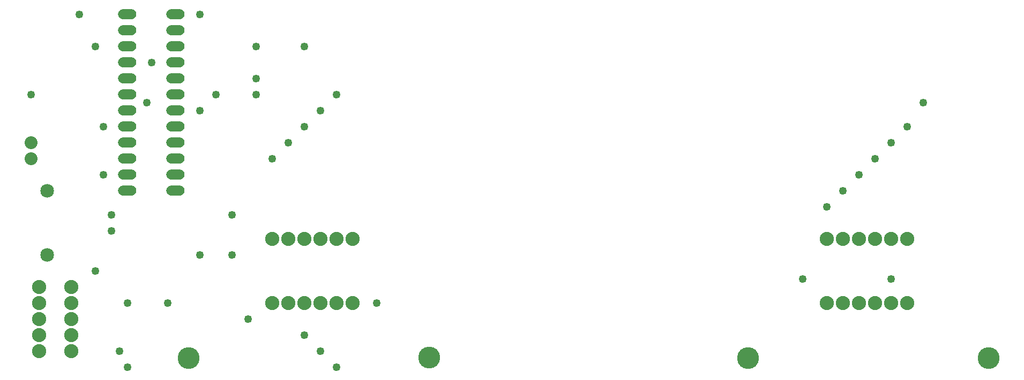
<source format=gbs>
G04 MADE WITH FRITZING*
G04 WWW.FRITZING.ORG*
G04 DOUBLE SIDED*
G04 HOLES PLATED*
G04 CONTOUR ON CENTER OF CONTOUR VECTOR*
%ASAXBY*%
%FSLAX23Y23*%
%MOIN*%
%OFA0B0*%
%SFA1.0B1.0*%
%ADD10C,0.135984*%
%ADD11C,0.049370*%
%ADD12C,0.088000*%
%ADD13C,0.062000*%
%ADD14C,0.085000*%
%ADD15C,0.080000*%
%ADD16R,0.001000X0.001000*%
%LNMASK0*%
G90*
G70*
G54D10*
X6158Y216D03*
X4661Y216D03*
X2678Y217D03*
X1181Y216D03*
G54D11*
X700Y1109D03*
X700Y1009D03*
X200Y1859D03*
X500Y2359D03*
X600Y2159D03*
X950Y2059D03*
X923Y1809D03*
X650Y1659D03*
X650Y1359D03*
X1250Y859D03*
X1450Y859D03*
X1450Y1109D03*
X800Y559D03*
X1050Y559D03*
X5000Y709D03*
X1600Y1859D03*
X2100Y1859D03*
X2000Y1759D03*
X1600Y1959D03*
X1900Y1659D03*
X1900Y2159D03*
X1600Y2159D03*
X1800Y1559D03*
X1700Y1459D03*
X5550Y709D03*
X5750Y1809D03*
X2350Y559D03*
X800Y159D03*
X750Y259D03*
X600Y759D03*
X1550Y459D03*
X2100Y159D03*
X2000Y259D03*
X1900Y359D03*
X1250Y1759D03*
X1350Y1859D03*
X5150Y1159D03*
X5250Y1259D03*
X5350Y1359D03*
X5450Y1459D03*
X5550Y1559D03*
X5650Y1659D03*
X1250Y2359D03*
G54D12*
X5150Y959D03*
X5250Y959D03*
X5350Y959D03*
X5450Y959D03*
X5550Y959D03*
X5650Y959D03*
X5150Y959D03*
X5250Y959D03*
X5350Y959D03*
X5450Y959D03*
X5550Y959D03*
X5650Y959D03*
X5650Y559D03*
X5550Y559D03*
X5450Y559D03*
X5350Y559D03*
X5250Y559D03*
X5150Y559D03*
X5650Y559D03*
X5550Y559D03*
X5450Y559D03*
X5350Y559D03*
X5250Y559D03*
X5150Y559D03*
X1700Y959D03*
X1800Y959D03*
X1900Y959D03*
X2000Y959D03*
X2100Y959D03*
X2200Y959D03*
X1700Y959D03*
X1800Y959D03*
X1900Y959D03*
X2000Y959D03*
X2100Y959D03*
X2200Y959D03*
X2200Y559D03*
X2100Y559D03*
X2000Y559D03*
X1900Y559D03*
X1800Y559D03*
X1700Y559D03*
X2200Y559D03*
X2100Y559D03*
X2000Y559D03*
X1900Y559D03*
X1800Y559D03*
X1700Y559D03*
G54D13*
X800Y2359D03*
X800Y2259D03*
X800Y1759D03*
X800Y1659D03*
X800Y2159D03*
X800Y2059D03*
X800Y1859D03*
X800Y1959D03*
X800Y1559D03*
X1100Y1559D03*
X1100Y1659D03*
X1100Y1759D03*
X1100Y1859D03*
X1100Y1959D03*
X1100Y2059D03*
X1100Y2159D03*
X1100Y2259D03*
X1100Y2359D03*
X800Y1459D03*
X800Y1359D03*
X800Y1259D03*
X1100Y1259D03*
X1100Y1359D03*
X1100Y1459D03*
G54D12*
X250Y659D03*
X250Y559D03*
X250Y459D03*
X250Y359D03*
X250Y259D03*
X450Y659D03*
X450Y559D03*
X450Y459D03*
X450Y359D03*
X450Y259D03*
G54D14*
X300Y1259D03*
X300Y859D03*
G54D15*
X200Y1459D03*
X200Y1559D03*
G54D16*
X769Y2390D02*
X830Y2390D01*
X1069Y2390D02*
X1130Y2390D01*
X765Y2389D02*
X834Y2389D01*
X1065Y2389D02*
X1134Y2389D01*
X762Y2388D02*
X837Y2388D01*
X1062Y2388D02*
X1137Y2388D01*
X760Y2387D02*
X839Y2387D01*
X1060Y2387D02*
X1139Y2387D01*
X758Y2386D02*
X841Y2386D01*
X1058Y2386D02*
X1141Y2386D01*
X756Y2385D02*
X842Y2385D01*
X1056Y2385D02*
X1142Y2385D01*
X755Y2384D02*
X844Y2384D01*
X1055Y2384D02*
X1144Y2384D01*
X754Y2383D02*
X845Y2383D01*
X1054Y2383D02*
X1145Y2383D01*
X753Y2382D02*
X846Y2382D01*
X1053Y2382D02*
X1146Y2382D01*
X752Y2381D02*
X847Y2381D01*
X1052Y2381D02*
X1147Y2381D01*
X751Y2380D02*
X848Y2380D01*
X1051Y2380D02*
X1148Y2380D01*
X750Y2379D02*
X849Y2379D01*
X1050Y2379D02*
X1149Y2379D01*
X749Y2378D02*
X850Y2378D01*
X1049Y2378D02*
X1150Y2378D01*
X748Y2377D02*
X850Y2377D01*
X1048Y2377D02*
X1150Y2377D01*
X748Y2376D02*
X851Y2376D01*
X1048Y2376D02*
X1151Y2376D01*
X747Y2375D02*
X852Y2375D01*
X1047Y2375D02*
X1152Y2375D01*
X747Y2374D02*
X852Y2374D01*
X1047Y2374D02*
X1152Y2374D01*
X746Y2373D02*
X853Y2373D01*
X1046Y2373D02*
X1153Y2373D01*
X746Y2372D02*
X853Y2372D01*
X1046Y2372D02*
X1153Y2372D01*
X745Y2371D02*
X854Y2371D01*
X1045Y2371D02*
X1154Y2371D01*
X745Y2370D02*
X796Y2370D01*
X803Y2370D02*
X854Y2370D01*
X1045Y2370D02*
X1095Y2370D01*
X1103Y2370D02*
X1154Y2370D01*
X744Y2369D02*
X793Y2369D01*
X806Y2369D02*
X854Y2369D01*
X1044Y2369D02*
X1093Y2369D01*
X1105Y2369D02*
X1154Y2369D01*
X744Y2368D02*
X792Y2368D01*
X807Y2368D02*
X855Y2368D01*
X1044Y2368D02*
X1092Y2368D01*
X1107Y2368D02*
X1155Y2368D01*
X744Y2367D02*
X791Y2367D01*
X808Y2367D02*
X855Y2367D01*
X1044Y2367D02*
X1091Y2367D01*
X1108Y2367D02*
X1155Y2367D01*
X744Y2366D02*
X790Y2366D01*
X809Y2366D02*
X855Y2366D01*
X1044Y2366D02*
X1090Y2366D01*
X1109Y2366D02*
X1155Y2366D01*
X743Y2365D02*
X789Y2365D01*
X809Y2365D02*
X855Y2365D01*
X1043Y2365D02*
X1089Y2365D01*
X1109Y2365D02*
X1155Y2365D01*
X743Y2364D02*
X789Y2364D01*
X810Y2364D02*
X856Y2364D01*
X1043Y2364D02*
X1089Y2364D01*
X1110Y2364D02*
X1155Y2364D01*
X743Y2363D02*
X788Y2363D01*
X810Y2363D02*
X856Y2363D01*
X1043Y2363D02*
X1088Y2363D01*
X1110Y2363D02*
X1156Y2363D01*
X743Y2362D02*
X788Y2362D01*
X811Y2362D02*
X856Y2362D01*
X1043Y2362D02*
X1088Y2362D01*
X1111Y2362D02*
X1156Y2362D01*
X743Y2361D02*
X788Y2361D01*
X811Y2361D02*
X856Y2361D01*
X1043Y2361D02*
X1088Y2361D01*
X1111Y2361D02*
X1156Y2361D01*
X743Y2360D02*
X788Y2360D01*
X811Y2360D02*
X856Y2360D01*
X1043Y2360D02*
X1088Y2360D01*
X1111Y2360D02*
X1156Y2360D01*
X743Y2359D02*
X788Y2359D01*
X811Y2359D02*
X856Y2359D01*
X1043Y2359D02*
X1088Y2359D01*
X1111Y2359D02*
X1156Y2359D01*
X743Y2358D02*
X788Y2358D01*
X811Y2358D02*
X856Y2358D01*
X1043Y2358D02*
X1088Y2358D01*
X1111Y2358D02*
X1156Y2358D01*
X743Y2357D02*
X788Y2357D01*
X811Y2357D02*
X856Y2357D01*
X1043Y2357D02*
X1088Y2357D01*
X1111Y2357D02*
X1156Y2357D01*
X743Y2356D02*
X788Y2356D01*
X810Y2356D02*
X856Y2356D01*
X1043Y2356D02*
X1088Y2356D01*
X1110Y2356D02*
X1156Y2356D01*
X743Y2355D02*
X789Y2355D01*
X810Y2355D02*
X856Y2355D01*
X1043Y2355D02*
X1089Y2355D01*
X1110Y2355D02*
X1155Y2355D01*
X743Y2354D02*
X789Y2354D01*
X809Y2354D02*
X855Y2354D01*
X1043Y2354D02*
X1089Y2354D01*
X1109Y2354D02*
X1155Y2354D01*
X744Y2353D02*
X790Y2353D01*
X809Y2353D02*
X855Y2353D01*
X1044Y2353D02*
X1090Y2353D01*
X1109Y2353D02*
X1155Y2353D01*
X744Y2352D02*
X791Y2352D01*
X808Y2352D02*
X855Y2352D01*
X1044Y2352D02*
X1091Y2352D01*
X1108Y2352D02*
X1155Y2352D01*
X744Y2351D02*
X792Y2351D01*
X807Y2351D02*
X855Y2351D01*
X1044Y2351D02*
X1092Y2351D01*
X1107Y2351D02*
X1155Y2351D01*
X745Y2350D02*
X793Y2350D01*
X805Y2350D02*
X854Y2350D01*
X1044Y2350D02*
X1093Y2350D01*
X1105Y2350D02*
X1154Y2350D01*
X745Y2349D02*
X796Y2349D01*
X803Y2349D02*
X854Y2349D01*
X1045Y2349D02*
X1096Y2349D01*
X1103Y2349D02*
X1154Y2349D01*
X745Y2348D02*
X854Y2348D01*
X1045Y2348D02*
X1154Y2348D01*
X746Y2347D02*
X853Y2347D01*
X1046Y2347D02*
X1153Y2347D01*
X746Y2346D02*
X853Y2346D01*
X1046Y2346D02*
X1153Y2346D01*
X747Y2345D02*
X852Y2345D01*
X1047Y2345D02*
X1152Y2345D01*
X747Y2344D02*
X852Y2344D01*
X1047Y2344D02*
X1152Y2344D01*
X748Y2343D02*
X851Y2343D01*
X1048Y2343D02*
X1151Y2343D01*
X748Y2342D02*
X850Y2342D01*
X1048Y2342D02*
X1150Y2342D01*
X749Y2341D02*
X850Y2341D01*
X1049Y2341D02*
X1150Y2341D01*
X750Y2340D02*
X849Y2340D01*
X1050Y2340D02*
X1149Y2340D01*
X751Y2339D02*
X848Y2339D01*
X1051Y2339D02*
X1148Y2339D01*
X752Y2338D02*
X847Y2338D01*
X1052Y2338D02*
X1147Y2338D01*
X753Y2337D02*
X846Y2337D01*
X1053Y2337D02*
X1146Y2337D01*
X754Y2336D02*
X845Y2336D01*
X1054Y2336D02*
X1145Y2336D01*
X755Y2335D02*
X844Y2335D01*
X1055Y2335D02*
X1144Y2335D01*
X756Y2334D02*
X842Y2334D01*
X1056Y2334D02*
X1142Y2334D01*
X758Y2333D02*
X841Y2333D01*
X1058Y2333D02*
X1141Y2333D01*
X760Y2332D02*
X839Y2332D01*
X1060Y2332D02*
X1139Y2332D01*
X762Y2331D02*
X837Y2331D01*
X1062Y2331D02*
X1137Y2331D01*
X765Y2330D02*
X834Y2330D01*
X1065Y2330D02*
X1134Y2330D01*
X769Y2329D02*
X830Y2329D01*
X1069Y2329D02*
X1130Y2329D01*
X769Y2290D02*
X830Y2290D01*
X1069Y2290D02*
X1130Y2290D01*
X765Y2289D02*
X834Y2289D01*
X1065Y2289D02*
X1134Y2289D01*
X762Y2288D02*
X837Y2288D01*
X1062Y2288D02*
X1137Y2288D01*
X760Y2287D02*
X839Y2287D01*
X1060Y2287D02*
X1139Y2287D01*
X758Y2286D02*
X841Y2286D01*
X1058Y2286D02*
X1141Y2286D01*
X756Y2285D02*
X842Y2285D01*
X1056Y2285D02*
X1142Y2285D01*
X755Y2284D02*
X844Y2284D01*
X1055Y2284D02*
X1144Y2284D01*
X754Y2283D02*
X845Y2283D01*
X1054Y2283D02*
X1145Y2283D01*
X753Y2282D02*
X846Y2282D01*
X1053Y2282D02*
X1146Y2282D01*
X752Y2281D02*
X847Y2281D01*
X1052Y2281D02*
X1147Y2281D01*
X751Y2280D02*
X848Y2280D01*
X1051Y2280D02*
X1148Y2280D01*
X750Y2279D02*
X849Y2279D01*
X1050Y2279D02*
X1149Y2279D01*
X749Y2278D02*
X850Y2278D01*
X1049Y2278D02*
X1150Y2278D01*
X748Y2277D02*
X850Y2277D01*
X1048Y2277D02*
X1150Y2277D01*
X748Y2276D02*
X851Y2276D01*
X1048Y2276D02*
X1151Y2276D01*
X747Y2275D02*
X852Y2275D01*
X1047Y2275D02*
X1152Y2275D01*
X747Y2274D02*
X852Y2274D01*
X1047Y2274D02*
X1152Y2274D01*
X746Y2273D02*
X853Y2273D01*
X1046Y2273D02*
X1153Y2273D01*
X746Y2272D02*
X853Y2272D01*
X1046Y2272D02*
X1153Y2272D01*
X745Y2271D02*
X854Y2271D01*
X1045Y2271D02*
X1154Y2271D01*
X745Y2270D02*
X796Y2270D01*
X803Y2270D02*
X854Y2270D01*
X1045Y2270D02*
X1095Y2270D01*
X1103Y2270D02*
X1154Y2270D01*
X744Y2269D02*
X793Y2269D01*
X806Y2269D02*
X854Y2269D01*
X1044Y2269D02*
X1093Y2269D01*
X1105Y2269D02*
X1154Y2269D01*
X744Y2268D02*
X792Y2268D01*
X807Y2268D02*
X855Y2268D01*
X1044Y2268D02*
X1092Y2268D01*
X1107Y2268D02*
X1155Y2268D01*
X744Y2267D02*
X791Y2267D01*
X808Y2267D02*
X855Y2267D01*
X1044Y2267D02*
X1091Y2267D01*
X1108Y2267D02*
X1155Y2267D01*
X744Y2266D02*
X790Y2266D01*
X809Y2266D02*
X855Y2266D01*
X1044Y2266D02*
X1090Y2266D01*
X1109Y2266D02*
X1155Y2266D01*
X743Y2265D02*
X789Y2265D01*
X809Y2265D02*
X855Y2265D01*
X1043Y2265D02*
X1089Y2265D01*
X1109Y2265D02*
X1155Y2265D01*
X743Y2264D02*
X789Y2264D01*
X810Y2264D02*
X856Y2264D01*
X1043Y2264D02*
X1089Y2264D01*
X1110Y2264D02*
X1155Y2264D01*
X743Y2263D02*
X788Y2263D01*
X810Y2263D02*
X856Y2263D01*
X1043Y2263D02*
X1088Y2263D01*
X1110Y2263D02*
X1156Y2263D01*
X743Y2262D02*
X788Y2262D01*
X811Y2262D02*
X856Y2262D01*
X1043Y2262D02*
X1088Y2262D01*
X1111Y2262D02*
X1156Y2262D01*
X743Y2261D02*
X788Y2261D01*
X811Y2261D02*
X856Y2261D01*
X1043Y2261D02*
X1088Y2261D01*
X1111Y2261D02*
X1156Y2261D01*
X743Y2260D02*
X788Y2260D01*
X811Y2260D02*
X856Y2260D01*
X1043Y2260D02*
X1088Y2260D01*
X1111Y2260D02*
X1156Y2260D01*
X743Y2259D02*
X788Y2259D01*
X811Y2259D02*
X856Y2259D01*
X1043Y2259D02*
X1088Y2259D01*
X1111Y2259D02*
X1156Y2259D01*
X743Y2258D02*
X788Y2258D01*
X811Y2258D02*
X856Y2258D01*
X1043Y2258D02*
X1088Y2258D01*
X1111Y2258D02*
X1156Y2258D01*
X743Y2257D02*
X788Y2257D01*
X811Y2257D02*
X856Y2257D01*
X1043Y2257D02*
X1088Y2257D01*
X1111Y2257D02*
X1156Y2257D01*
X743Y2256D02*
X788Y2256D01*
X810Y2256D02*
X856Y2256D01*
X1043Y2256D02*
X1088Y2256D01*
X1110Y2256D02*
X1156Y2256D01*
X743Y2255D02*
X789Y2255D01*
X810Y2255D02*
X856Y2255D01*
X1043Y2255D02*
X1089Y2255D01*
X1110Y2255D02*
X1155Y2255D01*
X743Y2254D02*
X789Y2254D01*
X809Y2254D02*
X855Y2254D01*
X1043Y2254D02*
X1089Y2254D01*
X1109Y2254D02*
X1155Y2254D01*
X744Y2253D02*
X790Y2253D01*
X809Y2253D02*
X855Y2253D01*
X1044Y2253D02*
X1090Y2253D01*
X1109Y2253D02*
X1155Y2253D01*
X744Y2252D02*
X791Y2252D01*
X808Y2252D02*
X855Y2252D01*
X1044Y2252D02*
X1091Y2252D01*
X1108Y2252D02*
X1155Y2252D01*
X744Y2251D02*
X792Y2251D01*
X807Y2251D02*
X855Y2251D01*
X1044Y2251D02*
X1092Y2251D01*
X1107Y2251D02*
X1155Y2251D01*
X745Y2250D02*
X793Y2250D01*
X805Y2250D02*
X854Y2250D01*
X1044Y2250D02*
X1093Y2250D01*
X1105Y2250D02*
X1154Y2250D01*
X745Y2249D02*
X796Y2249D01*
X803Y2249D02*
X854Y2249D01*
X1045Y2249D02*
X1096Y2249D01*
X1103Y2249D02*
X1154Y2249D01*
X745Y2248D02*
X854Y2248D01*
X1045Y2248D02*
X1154Y2248D01*
X746Y2247D02*
X853Y2247D01*
X1046Y2247D02*
X1153Y2247D01*
X746Y2246D02*
X853Y2246D01*
X1046Y2246D02*
X1153Y2246D01*
X747Y2245D02*
X852Y2245D01*
X1047Y2245D02*
X1152Y2245D01*
X747Y2244D02*
X852Y2244D01*
X1047Y2244D02*
X1152Y2244D01*
X748Y2243D02*
X851Y2243D01*
X1048Y2243D02*
X1151Y2243D01*
X748Y2242D02*
X850Y2242D01*
X1048Y2242D02*
X1150Y2242D01*
X749Y2241D02*
X850Y2241D01*
X1049Y2241D02*
X1150Y2241D01*
X750Y2240D02*
X849Y2240D01*
X1050Y2240D02*
X1149Y2240D01*
X751Y2239D02*
X848Y2239D01*
X1051Y2239D02*
X1148Y2239D01*
X752Y2238D02*
X847Y2238D01*
X1052Y2238D02*
X1147Y2238D01*
X753Y2237D02*
X846Y2237D01*
X1053Y2237D02*
X1146Y2237D01*
X754Y2236D02*
X845Y2236D01*
X1054Y2236D02*
X1145Y2236D01*
X755Y2235D02*
X844Y2235D01*
X1055Y2235D02*
X1144Y2235D01*
X756Y2234D02*
X842Y2234D01*
X1056Y2234D02*
X1142Y2234D01*
X758Y2233D02*
X841Y2233D01*
X1058Y2233D02*
X1141Y2233D01*
X760Y2232D02*
X839Y2232D01*
X1060Y2232D02*
X1139Y2232D01*
X762Y2231D02*
X837Y2231D01*
X1062Y2231D02*
X1137Y2231D01*
X765Y2230D02*
X834Y2230D01*
X1065Y2230D02*
X1134Y2230D01*
X769Y2229D02*
X830Y2229D01*
X1069Y2229D02*
X1130Y2229D01*
X769Y2190D02*
X830Y2190D01*
X1069Y2190D02*
X1130Y2190D01*
X765Y2189D02*
X834Y2189D01*
X1065Y2189D02*
X1134Y2189D01*
X762Y2188D02*
X837Y2188D01*
X1062Y2188D02*
X1137Y2188D01*
X760Y2187D02*
X839Y2187D01*
X1060Y2187D02*
X1139Y2187D01*
X758Y2186D02*
X841Y2186D01*
X1058Y2186D02*
X1141Y2186D01*
X756Y2185D02*
X842Y2185D01*
X1056Y2185D02*
X1142Y2185D01*
X755Y2184D02*
X844Y2184D01*
X1055Y2184D02*
X1144Y2184D01*
X754Y2183D02*
X845Y2183D01*
X1054Y2183D02*
X1145Y2183D01*
X753Y2182D02*
X846Y2182D01*
X1053Y2182D02*
X1146Y2182D01*
X752Y2181D02*
X847Y2181D01*
X1052Y2181D02*
X1147Y2181D01*
X751Y2180D02*
X848Y2180D01*
X1051Y2180D02*
X1148Y2180D01*
X750Y2179D02*
X849Y2179D01*
X1050Y2179D02*
X1149Y2179D01*
X749Y2178D02*
X850Y2178D01*
X1049Y2178D02*
X1150Y2178D01*
X748Y2177D02*
X850Y2177D01*
X1048Y2177D02*
X1150Y2177D01*
X748Y2176D02*
X851Y2176D01*
X1048Y2176D02*
X1151Y2176D01*
X747Y2175D02*
X852Y2175D01*
X1047Y2175D02*
X1152Y2175D01*
X747Y2174D02*
X852Y2174D01*
X1047Y2174D02*
X1152Y2174D01*
X746Y2173D02*
X853Y2173D01*
X1046Y2173D02*
X1153Y2173D01*
X746Y2172D02*
X853Y2172D01*
X1046Y2172D02*
X1153Y2172D01*
X745Y2171D02*
X854Y2171D01*
X1045Y2171D02*
X1154Y2171D01*
X745Y2170D02*
X796Y2170D01*
X803Y2170D02*
X854Y2170D01*
X1045Y2170D02*
X1095Y2170D01*
X1103Y2170D02*
X1154Y2170D01*
X744Y2169D02*
X793Y2169D01*
X806Y2169D02*
X854Y2169D01*
X1044Y2169D02*
X1093Y2169D01*
X1105Y2169D02*
X1154Y2169D01*
X744Y2168D02*
X792Y2168D01*
X807Y2168D02*
X855Y2168D01*
X1044Y2168D02*
X1092Y2168D01*
X1107Y2168D02*
X1155Y2168D01*
X744Y2167D02*
X791Y2167D01*
X808Y2167D02*
X855Y2167D01*
X1044Y2167D02*
X1091Y2167D01*
X1108Y2167D02*
X1155Y2167D01*
X744Y2166D02*
X790Y2166D01*
X809Y2166D02*
X855Y2166D01*
X1044Y2166D02*
X1090Y2166D01*
X1109Y2166D02*
X1155Y2166D01*
X743Y2165D02*
X789Y2165D01*
X809Y2165D02*
X855Y2165D01*
X1043Y2165D02*
X1089Y2165D01*
X1109Y2165D02*
X1155Y2165D01*
X743Y2164D02*
X789Y2164D01*
X810Y2164D02*
X856Y2164D01*
X1043Y2164D02*
X1089Y2164D01*
X1110Y2164D02*
X1155Y2164D01*
X743Y2163D02*
X788Y2163D01*
X810Y2163D02*
X856Y2163D01*
X1043Y2163D02*
X1088Y2163D01*
X1110Y2163D02*
X1156Y2163D01*
X743Y2162D02*
X788Y2162D01*
X811Y2162D02*
X856Y2162D01*
X1043Y2162D02*
X1088Y2162D01*
X1111Y2162D02*
X1156Y2162D01*
X743Y2161D02*
X788Y2161D01*
X811Y2161D02*
X856Y2161D01*
X1043Y2161D02*
X1088Y2161D01*
X1111Y2161D02*
X1156Y2161D01*
X743Y2160D02*
X788Y2160D01*
X811Y2160D02*
X856Y2160D01*
X1043Y2160D02*
X1088Y2160D01*
X1111Y2160D02*
X1156Y2160D01*
X743Y2159D02*
X788Y2159D01*
X811Y2159D02*
X856Y2159D01*
X1043Y2159D02*
X1088Y2159D01*
X1111Y2159D02*
X1156Y2159D01*
X743Y2158D02*
X788Y2158D01*
X811Y2158D02*
X856Y2158D01*
X1043Y2158D02*
X1088Y2158D01*
X1111Y2158D02*
X1156Y2158D01*
X743Y2157D02*
X788Y2157D01*
X811Y2157D02*
X856Y2157D01*
X1043Y2157D02*
X1088Y2157D01*
X1111Y2157D02*
X1156Y2157D01*
X743Y2156D02*
X788Y2156D01*
X810Y2156D02*
X856Y2156D01*
X1043Y2156D02*
X1088Y2156D01*
X1110Y2156D02*
X1156Y2156D01*
X743Y2155D02*
X789Y2155D01*
X810Y2155D02*
X856Y2155D01*
X1043Y2155D02*
X1089Y2155D01*
X1110Y2155D02*
X1155Y2155D01*
X743Y2154D02*
X789Y2154D01*
X809Y2154D02*
X855Y2154D01*
X1043Y2154D02*
X1089Y2154D01*
X1109Y2154D02*
X1155Y2154D01*
X744Y2153D02*
X790Y2153D01*
X809Y2153D02*
X855Y2153D01*
X1044Y2153D02*
X1090Y2153D01*
X1109Y2153D02*
X1155Y2153D01*
X744Y2152D02*
X791Y2152D01*
X808Y2152D02*
X855Y2152D01*
X1044Y2152D02*
X1091Y2152D01*
X1108Y2152D02*
X1155Y2152D01*
X744Y2151D02*
X792Y2151D01*
X807Y2151D02*
X855Y2151D01*
X1044Y2151D02*
X1092Y2151D01*
X1107Y2151D02*
X1155Y2151D01*
X745Y2150D02*
X793Y2150D01*
X805Y2150D02*
X854Y2150D01*
X1044Y2150D02*
X1093Y2150D01*
X1105Y2150D02*
X1154Y2150D01*
X745Y2149D02*
X796Y2149D01*
X803Y2149D02*
X854Y2149D01*
X1045Y2149D02*
X1096Y2149D01*
X1103Y2149D02*
X1154Y2149D01*
X745Y2148D02*
X854Y2148D01*
X1045Y2148D02*
X1154Y2148D01*
X746Y2147D02*
X853Y2147D01*
X1046Y2147D02*
X1153Y2147D01*
X746Y2146D02*
X853Y2146D01*
X1046Y2146D02*
X1153Y2146D01*
X747Y2145D02*
X852Y2145D01*
X1047Y2145D02*
X1152Y2145D01*
X747Y2144D02*
X852Y2144D01*
X1047Y2144D02*
X1152Y2144D01*
X748Y2143D02*
X851Y2143D01*
X1048Y2143D02*
X1151Y2143D01*
X748Y2142D02*
X850Y2142D01*
X1048Y2142D02*
X1150Y2142D01*
X749Y2141D02*
X850Y2141D01*
X1049Y2141D02*
X1150Y2141D01*
X750Y2140D02*
X849Y2140D01*
X1050Y2140D02*
X1149Y2140D01*
X751Y2139D02*
X848Y2139D01*
X1051Y2139D02*
X1148Y2139D01*
X752Y2138D02*
X847Y2138D01*
X1052Y2138D02*
X1147Y2138D01*
X753Y2137D02*
X846Y2137D01*
X1053Y2137D02*
X1146Y2137D01*
X754Y2136D02*
X845Y2136D01*
X1054Y2136D02*
X1145Y2136D01*
X755Y2135D02*
X844Y2135D01*
X1055Y2135D02*
X1144Y2135D01*
X756Y2134D02*
X842Y2134D01*
X1056Y2134D02*
X1142Y2134D01*
X758Y2133D02*
X841Y2133D01*
X1058Y2133D02*
X1141Y2133D01*
X760Y2132D02*
X839Y2132D01*
X1060Y2132D02*
X1139Y2132D01*
X762Y2131D02*
X837Y2131D01*
X1062Y2131D02*
X1137Y2131D01*
X765Y2130D02*
X834Y2130D01*
X1065Y2130D02*
X1134Y2130D01*
X769Y2129D02*
X830Y2129D01*
X1069Y2129D02*
X1130Y2129D01*
X769Y2090D02*
X830Y2090D01*
X1069Y2090D02*
X1130Y2090D01*
X765Y2089D02*
X834Y2089D01*
X1065Y2089D02*
X1134Y2089D01*
X762Y2088D02*
X837Y2088D01*
X1062Y2088D02*
X1137Y2088D01*
X760Y2087D02*
X839Y2087D01*
X1060Y2087D02*
X1139Y2087D01*
X758Y2086D02*
X841Y2086D01*
X1058Y2086D02*
X1141Y2086D01*
X756Y2085D02*
X842Y2085D01*
X1056Y2085D02*
X1142Y2085D01*
X755Y2084D02*
X844Y2084D01*
X1055Y2084D02*
X1144Y2084D01*
X754Y2083D02*
X845Y2083D01*
X1054Y2083D02*
X1145Y2083D01*
X753Y2082D02*
X846Y2082D01*
X1053Y2082D02*
X1146Y2082D01*
X752Y2081D02*
X847Y2081D01*
X1052Y2081D02*
X1147Y2081D01*
X751Y2080D02*
X848Y2080D01*
X1051Y2080D02*
X1148Y2080D01*
X750Y2079D02*
X849Y2079D01*
X1050Y2079D02*
X1149Y2079D01*
X749Y2078D02*
X850Y2078D01*
X1049Y2078D02*
X1150Y2078D01*
X748Y2077D02*
X850Y2077D01*
X1048Y2077D02*
X1150Y2077D01*
X748Y2076D02*
X851Y2076D01*
X1048Y2076D02*
X1151Y2076D01*
X747Y2075D02*
X852Y2075D01*
X1047Y2075D02*
X1152Y2075D01*
X747Y2074D02*
X852Y2074D01*
X1047Y2074D02*
X1152Y2074D01*
X746Y2073D02*
X853Y2073D01*
X1046Y2073D02*
X1153Y2073D01*
X746Y2072D02*
X853Y2072D01*
X1046Y2072D02*
X1153Y2072D01*
X745Y2071D02*
X854Y2071D01*
X1045Y2071D02*
X1154Y2071D01*
X745Y2070D02*
X796Y2070D01*
X803Y2070D02*
X854Y2070D01*
X1045Y2070D02*
X1095Y2070D01*
X1103Y2070D02*
X1154Y2070D01*
X744Y2069D02*
X793Y2069D01*
X806Y2069D02*
X854Y2069D01*
X1044Y2069D02*
X1093Y2069D01*
X1105Y2069D02*
X1154Y2069D01*
X744Y2068D02*
X792Y2068D01*
X807Y2068D02*
X855Y2068D01*
X1044Y2068D02*
X1092Y2068D01*
X1107Y2068D02*
X1155Y2068D01*
X744Y2067D02*
X791Y2067D01*
X808Y2067D02*
X855Y2067D01*
X1044Y2067D02*
X1091Y2067D01*
X1108Y2067D02*
X1155Y2067D01*
X744Y2066D02*
X790Y2066D01*
X809Y2066D02*
X855Y2066D01*
X1044Y2066D02*
X1090Y2066D01*
X1109Y2066D02*
X1155Y2066D01*
X743Y2065D02*
X789Y2065D01*
X809Y2065D02*
X855Y2065D01*
X1043Y2065D02*
X1089Y2065D01*
X1109Y2065D02*
X1155Y2065D01*
X743Y2064D02*
X789Y2064D01*
X810Y2064D02*
X856Y2064D01*
X1043Y2064D02*
X1089Y2064D01*
X1110Y2064D02*
X1155Y2064D01*
X743Y2063D02*
X788Y2063D01*
X810Y2063D02*
X856Y2063D01*
X1043Y2063D02*
X1088Y2063D01*
X1110Y2063D02*
X1156Y2063D01*
X743Y2062D02*
X788Y2062D01*
X811Y2062D02*
X856Y2062D01*
X1043Y2062D02*
X1088Y2062D01*
X1111Y2062D02*
X1156Y2062D01*
X743Y2061D02*
X788Y2061D01*
X811Y2061D02*
X856Y2061D01*
X1043Y2061D02*
X1088Y2061D01*
X1111Y2061D02*
X1156Y2061D01*
X743Y2060D02*
X788Y2060D01*
X811Y2060D02*
X856Y2060D01*
X1043Y2060D02*
X1088Y2060D01*
X1111Y2060D02*
X1156Y2060D01*
X743Y2059D02*
X788Y2059D01*
X811Y2059D02*
X856Y2059D01*
X1043Y2059D02*
X1088Y2059D01*
X1111Y2059D02*
X1156Y2059D01*
X743Y2058D02*
X788Y2058D01*
X811Y2058D02*
X856Y2058D01*
X1043Y2058D02*
X1088Y2058D01*
X1111Y2058D02*
X1156Y2058D01*
X743Y2057D02*
X788Y2057D01*
X811Y2057D02*
X856Y2057D01*
X1043Y2057D02*
X1088Y2057D01*
X1111Y2057D02*
X1156Y2057D01*
X743Y2056D02*
X788Y2056D01*
X810Y2056D02*
X856Y2056D01*
X1043Y2056D02*
X1088Y2056D01*
X1110Y2056D02*
X1156Y2056D01*
X743Y2055D02*
X789Y2055D01*
X810Y2055D02*
X856Y2055D01*
X1043Y2055D02*
X1089Y2055D01*
X1110Y2055D02*
X1155Y2055D01*
X743Y2054D02*
X789Y2054D01*
X809Y2054D02*
X855Y2054D01*
X1043Y2054D02*
X1089Y2054D01*
X1109Y2054D02*
X1155Y2054D01*
X744Y2053D02*
X790Y2053D01*
X809Y2053D02*
X855Y2053D01*
X1044Y2053D02*
X1090Y2053D01*
X1109Y2053D02*
X1155Y2053D01*
X744Y2052D02*
X791Y2052D01*
X808Y2052D02*
X855Y2052D01*
X1044Y2052D02*
X1091Y2052D01*
X1108Y2052D02*
X1155Y2052D01*
X744Y2051D02*
X792Y2051D01*
X807Y2051D02*
X855Y2051D01*
X1044Y2051D02*
X1092Y2051D01*
X1107Y2051D02*
X1155Y2051D01*
X745Y2050D02*
X793Y2050D01*
X805Y2050D02*
X854Y2050D01*
X1044Y2050D02*
X1093Y2050D01*
X1105Y2050D02*
X1154Y2050D01*
X745Y2049D02*
X796Y2049D01*
X803Y2049D02*
X854Y2049D01*
X1045Y2049D02*
X1096Y2049D01*
X1103Y2049D02*
X1154Y2049D01*
X745Y2048D02*
X854Y2048D01*
X1045Y2048D02*
X1154Y2048D01*
X746Y2047D02*
X853Y2047D01*
X1046Y2047D02*
X1153Y2047D01*
X746Y2046D02*
X853Y2046D01*
X1046Y2046D02*
X1153Y2046D01*
X747Y2045D02*
X852Y2045D01*
X1047Y2045D02*
X1152Y2045D01*
X747Y2044D02*
X852Y2044D01*
X1047Y2044D02*
X1152Y2044D01*
X748Y2043D02*
X851Y2043D01*
X1048Y2043D02*
X1151Y2043D01*
X748Y2042D02*
X850Y2042D01*
X1048Y2042D02*
X1150Y2042D01*
X749Y2041D02*
X850Y2041D01*
X1049Y2041D02*
X1150Y2041D01*
X750Y2040D02*
X849Y2040D01*
X1050Y2040D02*
X1149Y2040D01*
X751Y2039D02*
X848Y2039D01*
X1051Y2039D02*
X1148Y2039D01*
X752Y2038D02*
X847Y2038D01*
X1052Y2038D02*
X1147Y2038D01*
X753Y2037D02*
X846Y2037D01*
X1053Y2037D02*
X1146Y2037D01*
X754Y2036D02*
X845Y2036D01*
X1054Y2036D02*
X1145Y2036D01*
X755Y2035D02*
X844Y2035D01*
X1055Y2035D02*
X1144Y2035D01*
X756Y2034D02*
X842Y2034D01*
X1056Y2034D02*
X1142Y2034D01*
X758Y2033D02*
X841Y2033D01*
X1058Y2033D02*
X1141Y2033D01*
X760Y2032D02*
X839Y2032D01*
X1060Y2032D02*
X1139Y2032D01*
X762Y2031D02*
X837Y2031D01*
X1062Y2031D02*
X1137Y2031D01*
X765Y2030D02*
X834Y2030D01*
X1065Y2030D02*
X1134Y2030D01*
X769Y2029D02*
X830Y2029D01*
X1069Y2029D02*
X1130Y2029D01*
X769Y1990D02*
X830Y1990D01*
X1069Y1990D02*
X1130Y1990D01*
X765Y1989D02*
X834Y1989D01*
X1065Y1989D02*
X1134Y1989D01*
X762Y1988D02*
X837Y1988D01*
X1062Y1988D02*
X1137Y1988D01*
X760Y1987D02*
X839Y1987D01*
X1060Y1987D02*
X1139Y1987D01*
X758Y1986D02*
X841Y1986D01*
X1058Y1986D02*
X1141Y1986D01*
X756Y1985D02*
X842Y1985D01*
X1056Y1985D02*
X1142Y1985D01*
X755Y1984D02*
X844Y1984D01*
X1055Y1984D02*
X1144Y1984D01*
X754Y1983D02*
X845Y1983D01*
X1054Y1983D02*
X1145Y1983D01*
X753Y1982D02*
X846Y1982D01*
X1053Y1982D02*
X1146Y1982D01*
X752Y1981D02*
X847Y1981D01*
X1052Y1981D02*
X1147Y1981D01*
X751Y1980D02*
X848Y1980D01*
X1051Y1980D02*
X1148Y1980D01*
X750Y1979D02*
X849Y1979D01*
X1050Y1979D02*
X1149Y1979D01*
X749Y1978D02*
X850Y1978D01*
X1049Y1978D02*
X1150Y1978D01*
X748Y1977D02*
X850Y1977D01*
X1048Y1977D02*
X1150Y1977D01*
X748Y1976D02*
X851Y1976D01*
X1048Y1976D02*
X1151Y1976D01*
X747Y1975D02*
X852Y1975D01*
X1047Y1975D02*
X1152Y1975D01*
X747Y1974D02*
X852Y1974D01*
X1047Y1974D02*
X1152Y1974D01*
X746Y1973D02*
X853Y1973D01*
X1046Y1973D02*
X1153Y1973D01*
X746Y1972D02*
X853Y1972D01*
X1046Y1972D02*
X1153Y1972D01*
X745Y1971D02*
X854Y1971D01*
X1045Y1971D02*
X1154Y1971D01*
X745Y1970D02*
X795Y1970D01*
X803Y1970D02*
X854Y1970D01*
X1045Y1970D02*
X1095Y1970D01*
X1103Y1970D02*
X1154Y1970D01*
X744Y1969D02*
X793Y1969D01*
X806Y1969D02*
X854Y1969D01*
X1044Y1969D02*
X1093Y1969D01*
X1105Y1969D02*
X1154Y1969D01*
X744Y1968D02*
X792Y1968D01*
X807Y1968D02*
X855Y1968D01*
X1044Y1968D02*
X1092Y1968D01*
X1107Y1968D02*
X1155Y1968D01*
X744Y1967D02*
X791Y1967D01*
X808Y1967D02*
X855Y1967D01*
X1044Y1967D02*
X1091Y1967D01*
X1108Y1967D02*
X1155Y1967D01*
X744Y1966D02*
X790Y1966D01*
X809Y1966D02*
X855Y1966D01*
X1044Y1966D02*
X1090Y1966D01*
X1109Y1966D02*
X1155Y1966D01*
X743Y1965D02*
X789Y1965D01*
X809Y1965D02*
X855Y1965D01*
X1043Y1965D02*
X1089Y1965D01*
X1109Y1965D02*
X1155Y1965D01*
X743Y1964D02*
X789Y1964D01*
X810Y1964D02*
X856Y1964D01*
X1043Y1964D02*
X1089Y1964D01*
X1110Y1964D02*
X1155Y1964D01*
X743Y1963D02*
X788Y1963D01*
X810Y1963D02*
X856Y1963D01*
X1043Y1963D02*
X1088Y1963D01*
X1110Y1963D02*
X1156Y1963D01*
X743Y1962D02*
X788Y1962D01*
X811Y1962D02*
X856Y1962D01*
X1043Y1962D02*
X1088Y1962D01*
X1111Y1962D02*
X1156Y1962D01*
X743Y1961D02*
X788Y1961D01*
X811Y1961D02*
X856Y1961D01*
X1043Y1961D02*
X1088Y1961D01*
X1111Y1961D02*
X1156Y1961D01*
X743Y1960D02*
X788Y1960D01*
X811Y1960D02*
X856Y1960D01*
X1043Y1960D02*
X1088Y1960D01*
X1111Y1960D02*
X1156Y1960D01*
X743Y1959D02*
X788Y1959D01*
X811Y1959D02*
X856Y1959D01*
X1043Y1959D02*
X1088Y1959D01*
X1111Y1959D02*
X1156Y1959D01*
X743Y1958D02*
X788Y1958D01*
X811Y1958D02*
X856Y1958D01*
X1043Y1958D02*
X1088Y1958D01*
X1111Y1958D02*
X1156Y1958D01*
X743Y1957D02*
X788Y1957D01*
X811Y1957D02*
X856Y1957D01*
X1043Y1957D02*
X1088Y1957D01*
X1111Y1957D02*
X1156Y1957D01*
X743Y1956D02*
X788Y1956D01*
X810Y1956D02*
X856Y1956D01*
X1043Y1956D02*
X1088Y1956D01*
X1110Y1956D02*
X1156Y1956D01*
X743Y1955D02*
X789Y1955D01*
X810Y1955D02*
X856Y1955D01*
X1043Y1955D02*
X1089Y1955D01*
X1110Y1955D02*
X1155Y1955D01*
X743Y1954D02*
X789Y1954D01*
X809Y1954D02*
X855Y1954D01*
X1043Y1954D02*
X1089Y1954D01*
X1109Y1954D02*
X1155Y1954D01*
X744Y1953D02*
X790Y1953D01*
X809Y1953D02*
X855Y1953D01*
X1044Y1953D02*
X1090Y1953D01*
X1109Y1953D02*
X1155Y1953D01*
X744Y1952D02*
X791Y1952D01*
X808Y1952D02*
X855Y1952D01*
X1044Y1952D02*
X1091Y1952D01*
X1108Y1952D02*
X1155Y1952D01*
X744Y1951D02*
X792Y1951D01*
X807Y1951D02*
X855Y1951D01*
X1044Y1951D02*
X1092Y1951D01*
X1107Y1951D02*
X1155Y1951D01*
X745Y1950D02*
X793Y1950D01*
X805Y1950D02*
X854Y1950D01*
X1044Y1950D02*
X1093Y1950D01*
X1105Y1950D02*
X1154Y1950D01*
X745Y1949D02*
X796Y1949D01*
X803Y1949D02*
X854Y1949D01*
X1045Y1949D02*
X1096Y1949D01*
X1103Y1949D02*
X1154Y1949D01*
X745Y1948D02*
X854Y1948D01*
X1045Y1948D02*
X1154Y1948D01*
X746Y1947D02*
X853Y1947D01*
X1046Y1947D02*
X1153Y1947D01*
X746Y1946D02*
X853Y1946D01*
X1046Y1946D02*
X1153Y1946D01*
X747Y1945D02*
X852Y1945D01*
X1047Y1945D02*
X1152Y1945D01*
X747Y1944D02*
X852Y1944D01*
X1047Y1944D02*
X1152Y1944D01*
X748Y1943D02*
X851Y1943D01*
X1048Y1943D02*
X1151Y1943D01*
X748Y1942D02*
X850Y1942D01*
X1048Y1942D02*
X1150Y1942D01*
X749Y1941D02*
X850Y1941D01*
X1049Y1941D02*
X1150Y1941D01*
X750Y1940D02*
X849Y1940D01*
X1050Y1940D02*
X1149Y1940D01*
X751Y1939D02*
X848Y1939D01*
X1051Y1939D02*
X1148Y1939D01*
X752Y1938D02*
X847Y1938D01*
X1052Y1938D02*
X1147Y1938D01*
X753Y1937D02*
X846Y1937D01*
X1053Y1937D02*
X1146Y1937D01*
X754Y1936D02*
X845Y1936D01*
X1054Y1936D02*
X1145Y1936D01*
X755Y1935D02*
X844Y1935D01*
X1055Y1935D02*
X1144Y1935D01*
X756Y1934D02*
X842Y1934D01*
X1056Y1934D02*
X1142Y1934D01*
X758Y1933D02*
X841Y1933D01*
X1058Y1933D02*
X1141Y1933D01*
X760Y1932D02*
X839Y1932D01*
X1060Y1932D02*
X1139Y1932D01*
X762Y1931D02*
X837Y1931D01*
X1062Y1931D02*
X1137Y1931D01*
X765Y1930D02*
X834Y1930D01*
X1065Y1930D02*
X1134Y1930D01*
X769Y1929D02*
X830Y1929D01*
X1069Y1929D02*
X1130Y1929D01*
X769Y1890D02*
X830Y1890D01*
X1069Y1890D02*
X1130Y1890D01*
X765Y1889D02*
X834Y1889D01*
X1065Y1889D02*
X1134Y1889D01*
X762Y1888D02*
X837Y1888D01*
X1062Y1888D02*
X1137Y1888D01*
X760Y1887D02*
X839Y1887D01*
X1060Y1887D02*
X1139Y1887D01*
X758Y1886D02*
X841Y1886D01*
X1058Y1886D02*
X1141Y1886D01*
X756Y1885D02*
X842Y1885D01*
X1056Y1885D02*
X1142Y1885D01*
X755Y1884D02*
X844Y1884D01*
X1055Y1884D02*
X1144Y1884D01*
X754Y1883D02*
X845Y1883D01*
X1054Y1883D02*
X1145Y1883D01*
X753Y1882D02*
X846Y1882D01*
X1053Y1882D02*
X1146Y1882D01*
X752Y1881D02*
X847Y1881D01*
X1052Y1881D02*
X1147Y1881D01*
X751Y1880D02*
X848Y1880D01*
X1051Y1880D02*
X1148Y1880D01*
X750Y1879D02*
X849Y1879D01*
X1050Y1879D02*
X1149Y1879D01*
X749Y1878D02*
X850Y1878D01*
X1049Y1878D02*
X1150Y1878D01*
X748Y1877D02*
X850Y1877D01*
X1048Y1877D02*
X1150Y1877D01*
X748Y1876D02*
X851Y1876D01*
X1048Y1876D02*
X1151Y1876D01*
X747Y1875D02*
X852Y1875D01*
X1047Y1875D02*
X1152Y1875D01*
X747Y1874D02*
X852Y1874D01*
X1047Y1874D02*
X1152Y1874D01*
X746Y1873D02*
X853Y1873D01*
X1046Y1873D02*
X1153Y1873D01*
X746Y1872D02*
X853Y1872D01*
X1046Y1872D02*
X1153Y1872D01*
X745Y1871D02*
X854Y1871D01*
X1045Y1871D02*
X1154Y1871D01*
X745Y1870D02*
X795Y1870D01*
X803Y1870D02*
X854Y1870D01*
X1045Y1870D02*
X1095Y1870D01*
X1103Y1870D02*
X1154Y1870D01*
X744Y1869D02*
X793Y1869D01*
X806Y1869D02*
X854Y1869D01*
X1044Y1869D02*
X1093Y1869D01*
X1106Y1869D02*
X1154Y1869D01*
X744Y1868D02*
X792Y1868D01*
X807Y1868D02*
X855Y1868D01*
X1044Y1868D02*
X1092Y1868D01*
X1107Y1868D02*
X1155Y1868D01*
X744Y1867D02*
X791Y1867D01*
X808Y1867D02*
X855Y1867D01*
X1044Y1867D02*
X1091Y1867D01*
X1108Y1867D02*
X1155Y1867D01*
X744Y1866D02*
X790Y1866D01*
X809Y1866D02*
X855Y1866D01*
X1044Y1866D02*
X1090Y1866D01*
X1109Y1866D02*
X1155Y1866D01*
X743Y1865D02*
X789Y1865D01*
X809Y1865D02*
X855Y1865D01*
X1043Y1865D02*
X1089Y1865D01*
X1109Y1865D02*
X1155Y1865D01*
X743Y1864D02*
X789Y1864D01*
X810Y1864D02*
X856Y1864D01*
X1043Y1864D02*
X1089Y1864D01*
X1110Y1864D02*
X1155Y1864D01*
X743Y1863D02*
X788Y1863D01*
X810Y1863D02*
X856Y1863D01*
X1043Y1863D02*
X1088Y1863D01*
X1110Y1863D02*
X1156Y1863D01*
X743Y1862D02*
X788Y1862D01*
X811Y1862D02*
X856Y1862D01*
X1043Y1862D02*
X1088Y1862D01*
X1111Y1862D02*
X1156Y1862D01*
X743Y1861D02*
X788Y1861D01*
X811Y1861D02*
X856Y1861D01*
X1043Y1861D02*
X1088Y1861D01*
X1111Y1861D02*
X1156Y1861D01*
X743Y1860D02*
X788Y1860D01*
X811Y1860D02*
X856Y1860D01*
X1043Y1860D02*
X1088Y1860D01*
X1111Y1860D02*
X1156Y1860D01*
X743Y1859D02*
X788Y1859D01*
X811Y1859D02*
X856Y1859D01*
X1043Y1859D02*
X1088Y1859D01*
X1111Y1859D02*
X1156Y1859D01*
X743Y1858D02*
X788Y1858D01*
X811Y1858D02*
X856Y1858D01*
X1043Y1858D02*
X1088Y1858D01*
X1111Y1858D02*
X1156Y1858D01*
X743Y1857D02*
X788Y1857D01*
X811Y1857D02*
X856Y1857D01*
X1043Y1857D02*
X1088Y1857D01*
X1111Y1857D02*
X1156Y1857D01*
X743Y1856D02*
X788Y1856D01*
X810Y1856D02*
X856Y1856D01*
X1043Y1856D02*
X1088Y1856D01*
X1110Y1856D02*
X1156Y1856D01*
X743Y1855D02*
X789Y1855D01*
X810Y1855D02*
X856Y1855D01*
X1043Y1855D02*
X1089Y1855D01*
X1110Y1855D02*
X1155Y1855D01*
X743Y1854D02*
X789Y1854D01*
X809Y1854D02*
X855Y1854D01*
X1043Y1854D02*
X1089Y1854D01*
X1109Y1854D02*
X1155Y1854D01*
X744Y1853D02*
X790Y1853D01*
X809Y1853D02*
X855Y1853D01*
X1044Y1853D02*
X1090Y1853D01*
X1109Y1853D02*
X1155Y1853D01*
X744Y1852D02*
X791Y1852D01*
X808Y1852D02*
X855Y1852D01*
X1044Y1852D02*
X1091Y1852D01*
X1108Y1852D02*
X1155Y1852D01*
X744Y1851D02*
X792Y1851D01*
X807Y1851D02*
X855Y1851D01*
X1044Y1851D02*
X1092Y1851D01*
X1107Y1851D02*
X1155Y1851D01*
X745Y1850D02*
X793Y1850D01*
X805Y1850D02*
X854Y1850D01*
X1044Y1850D02*
X1093Y1850D01*
X1105Y1850D02*
X1154Y1850D01*
X745Y1849D02*
X796Y1849D01*
X803Y1849D02*
X854Y1849D01*
X1045Y1849D02*
X1096Y1849D01*
X1103Y1849D02*
X1154Y1849D01*
X745Y1848D02*
X854Y1848D01*
X1045Y1848D02*
X1154Y1848D01*
X746Y1847D02*
X853Y1847D01*
X1046Y1847D02*
X1153Y1847D01*
X746Y1846D02*
X853Y1846D01*
X1046Y1846D02*
X1153Y1846D01*
X747Y1845D02*
X852Y1845D01*
X1047Y1845D02*
X1152Y1845D01*
X747Y1844D02*
X852Y1844D01*
X1047Y1844D02*
X1152Y1844D01*
X748Y1843D02*
X851Y1843D01*
X1048Y1843D02*
X1151Y1843D01*
X748Y1842D02*
X850Y1842D01*
X1048Y1842D02*
X1150Y1842D01*
X749Y1841D02*
X850Y1841D01*
X1049Y1841D02*
X1150Y1841D01*
X750Y1840D02*
X849Y1840D01*
X1050Y1840D02*
X1149Y1840D01*
X751Y1839D02*
X848Y1839D01*
X1051Y1839D02*
X1148Y1839D01*
X752Y1838D02*
X847Y1838D01*
X1052Y1838D02*
X1147Y1838D01*
X753Y1837D02*
X846Y1837D01*
X1053Y1837D02*
X1146Y1837D01*
X754Y1836D02*
X845Y1836D01*
X1054Y1836D02*
X1145Y1836D01*
X755Y1835D02*
X844Y1835D01*
X1055Y1835D02*
X1144Y1835D01*
X756Y1834D02*
X842Y1834D01*
X1056Y1834D02*
X1142Y1834D01*
X758Y1833D02*
X841Y1833D01*
X1058Y1833D02*
X1141Y1833D01*
X760Y1832D02*
X839Y1832D01*
X1060Y1832D02*
X1139Y1832D01*
X762Y1831D02*
X837Y1831D01*
X1062Y1831D02*
X1137Y1831D01*
X765Y1830D02*
X834Y1830D01*
X1065Y1830D02*
X1134Y1830D01*
X769Y1829D02*
X830Y1829D01*
X1069Y1829D02*
X1130Y1829D01*
X769Y1790D02*
X830Y1790D01*
X1069Y1790D02*
X1130Y1790D01*
X765Y1789D02*
X834Y1789D01*
X1065Y1789D02*
X1134Y1789D01*
X762Y1788D02*
X837Y1788D01*
X1062Y1788D02*
X1137Y1788D01*
X760Y1787D02*
X839Y1787D01*
X1060Y1787D02*
X1139Y1787D01*
X758Y1786D02*
X841Y1786D01*
X1058Y1786D02*
X1141Y1786D01*
X756Y1785D02*
X842Y1785D01*
X1056Y1785D02*
X1142Y1785D01*
X755Y1784D02*
X844Y1784D01*
X1055Y1784D02*
X1144Y1784D01*
X754Y1783D02*
X845Y1783D01*
X1054Y1783D02*
X1145Y1783D01*
X753Y1782D02*
X846Y1782D01*
X1053Y1782D02*
X1146Y1782D01*
X752Y1781D02*
X847Y1781D01*
X1052Y1781D02*
X1147Y1781D01*
X751Y1780D02*
X848Y1780D01*
X1051Y1780D02*
X1148Y1780D01*
X750Y1779D02*
X849Y1779D01*
X1050Y1779D02*
X1149Y1779D01*
X749Y1778D02*
X850Y1778D01*
X1049Y1778D02*
X1150Y1778D01*
X748Y1777D02*
X850Y1777D01*
X1048Y1777D02*
X1150Y1777D01*
X748Y1776D02*
X851Y1776D01*
X1048Y1776D02*
X1151Y1776D01*
X747Y1775D02*
X852Y1775D01*
X1047Y1775D02*
X1152Y1775D01*
X747Y1774D02*
X852Y1774D01*
X1047Y1774D02*
X1152Y1774D01*
X746Y1773D02*
X853Y1773D01*
X1046Y1773D02*
X1153Y1773D01*
X746Y1772D02*
X853Y1772D01*
X1046Y1772D02*
X1153Y1772D01*
X745Y1771D02*
X854Y1771D01*
X1045Y1771D02*
X1154Y1771D01*
X745Y1770D02*
X795Y1770D01*
X803Y1770D02*
X854Y1770D01*
X1045Y1770D02*
X1095Y1770D01*
X1103Y1770D02*
X1154Y1770D01*
X744Y1769D02*
X793Y1769D01*
X806Y1769D02*
X854Y1769D01*
X1044Y1769D02*
X1093Y1769D01*
X1106Y1769D02*
X1154Y1769D01*
X744Y1768D02*
X792Y1768D01*
X807Y1768D02*
X855Y1768D01*
X1044Y1768D02*
X1092Y1768D01*
X1107Y1768D02*
X1155Y1768D01*
X744Y1767D02*
X791Y1767D01*
X808Y1767D02*
X855Y1767D01*
X1044Y1767D02*
X1091Y1767D01*
X1108Y1767D02*
X1155Y1767D01*
X744Y1766D02*
X790Y1766D01*
X809Y1766D02*
X855Y1766D01*
X1044Y1766D02*
X1090Y1766D01*
X1109Y1766D02*
X1155Y1766D01*
X743Y1765D02*
X789Y1765D01*
X809Y1765D02*
X855Y1765D01*
X1043Y1765D02*
X1089Y1765D01*
X1109Y1765D02*
X1155Y1765D01*
X743Y1764D02*
X789Y1764D01*
X810Y1764D02*
X856Y1764D01*
X1043Y1764D02*
X1089Y1764D01*
X1110Y1764D02*
X1155Y1764D01*
X743Y1763D02*
X788Y1763D01*
X810Y1763D02*
X856Y1763D01*
X1043Y1763D02*
X1088Y1763D01*
X1110Y1763D02*
X1156Y1763D01*
X743Y1762D02*
X788Y1762D01*
X811Y1762D02*
X856Y1762D01*
X1043Y1762D02*
X1088Y1762D01*
X1111Y1762D02*
X1156Y1762D01*
X743Y1761D02*
X788Y1761D01*
X811Y1761D02*
X856Y1761D01*
X1043Y1761D02*
X1088Y1761D01*
X1111Y1761D02*
X1156Y1761D01*
X743Y1760D02*
X788Y1760D01*
X811Y1760D02*
X856Y1760D01*
X1043Y1760D02*
X1088Y1760D01*
X1111Y1760D02*
X1156Y1760D01*
X743Y1759D02*
X788Y1759D01*
X811Y1759D02*
X856Y1759D01*
X1043Y1759D02*
X1088Y1759D01*
X1111Y1759D02*
X1156Y1759D01*
X743Y1758D02*
X788Y1758D01*
X811Y1758D02*
X856Y1758D01*
X1043Y1758D02*
X1088Y1758D01*
X1111Y1758D02*
X1156Y1758D01*
X743Y1757D02*
X788Y1757D01*
X811Y1757D02*
X856Y1757D01*
X1043Y1757D02*
X1088Y1757D01*
X1111Y1757D02*
X1156Y1757D01*
X743Y1756D02*
X788Y1756D01*
X810Y1756D02*
X856Y1756D01*
X1043Y1756D02*
X1088Y1756D01*
X1110Y1756D02*
X1156Y1756D01*
X743Y1755D02*
X789Y1755D01*
X810Y1755D02*
X856Y1755D01*
X1043Y1755D02*
X1089Y1755D01*
X1110Y1755D02*
X1155Y1755D01*
X743Y1754D02*
X789Y1754D01*
X809Y1754D02*
X855Y1754D01*
X1043Y1754D02*
X1089Y1754D01*
X1109Y1754D02*
X1155Y1754D01*
X744Y1753D02*
X790Y1753D01*
X809Y1753D02*
X855Y1753D01*
X1044Y1753D02*
X1090Y1753D01*
X1109Y1753D02*
X1155Y1753D01*
X744Y1752D02*
X791Y1752D01*
X808Y1752D02*
X855Y1752D01*
X1044Y1752D02*
X1091Y1752D01*
X1108Y1752D02*
X1155Y1752D01*
X744Y1751D02*
X792Y1751D01*
X807Y1751D02*
X855Y1751D01*
X1044Y1751D02*
X1092Y1751D01*
X1107Y1751D02*
X1155Y1751D01*
X745Y1750D02*
X793Y1750D01*
X805Y1750D02*
X854Y1750D01*
X1044Y1750D02*
X1093Y1750D01*
X1105Y1750D02*
X1154Y1750D01*
X745Y1749D02*
X796Y1749D01*
X803Y1749D02*
X854Y1749D01*
X1045Y1749D02*
X1096Y1749D01*
X1103Y1749D02*
X1154Y1749D01*
X745Y1748D02*
X854Y1748D01*
X1045Y1748D02*
X1154Y1748D01*
X746Y1747D02*
X853Y1747D01*
X1046Y1747D02*
X1153Y1747D01*
X746Y1746D02*
X853Y1746D01*
X1046Y1746D02*
X1153Y1746D01*
X747Y1745D02*
X852Y1745D01*
X1047Y1745D02*
X1152Y1745D01*
X747Y1744D02*
X852Y1744D01*
X1047Y1744D02*
X1152Y1744D01*
X748Y1743D02*
X851Y1743D01*
X1048Y1743D02*
X1151Y1743D01*
X748Y1742D02*
X850Y1742D01*
X1048Y1742D02*
X1150Y1742D01*
X749Y1741D02*
X850Y1741D01*
X1049Y1741D02*
X1150Y1741D01*
X750Y1740D02*
X849Y1740D01*
X1050Y1740D02*
X1149Y1740D01*
X751Y1739D02*
X848Y1739D01*
X1051Y1739D02*
X1148Y1739D01*
X752Y1738D02*
X847Y1738D01*
X1052Y1738D02*
X1147Y1738D01*
X753Y1737D02*
X846Y1737D01*
X1053Y1737D02*
X1146Y1737D01*
X754Y1736D02*
X845Y1736D01*
X1054Y1736D02*
X1145Y1736D01*
X755Y1735D02*
X844Y1735D01*
X1055Y1735D02*
X1144Y1735D01*
X756Y1734D02*
X842Y1734D01*
X1056Y1734D02*
X1142Y1734D01*
X758Y1733D02*
X841Y1733D01*
X1058Y1733D02*
X1141Y1733D01*
X760Y1732D02*
X839Y1732D01*
X1060Y1732D02*
X1139Y1732D01*
X762Y1731D02*
X837Y1731D01*
X1062Y1731D02*
X1137Y1731D01*
X765Y1730D02*
X834Y1730D01*
X1065Y1730D02*
X1134Y1730D01*
X769Y1729D02*
X830Y1729D01*
X1069Y1729D02*
X1130Y1729D01*
X769Y1690D02*
X830Y1690D01*
X1069Y1690D02*
X1130Y1690D01*
X765Y1689D02*
X834Y1689D01*
X1065Y1689D02*
X1134Y1689D01*
X762Y1688D02*
X837Y1688D01*
X1062Y1688D02*
X1137Y1688D01*
X760Y1687D02*
X839Y1687D01*
X1060Y1687D02*
X1139Y1687D01*
X758Y1686D02*
X841Y1686D01*
X1058Y1686D02*
X1141Y1686D01*
X756Y1685D02*
X842Y1685D01*
X1056Y1685D02*
X1142Y1685D01*
X755Y1684D02*
X844Y1684D01*
X1055Y1684D02*
X1144Y1684D01*
X754Y1683D02*
X845Y1683D01*
X1054Y1683D02*
X1145Y1683D01*
X753Y1682D02*
X846Y1682D01*
X1053Y1682D02*
X1146Y1682D01*
X752Y1681D02*
X847Y1681D01*
X1052Y1681D02*
X1147Y1681D01*
X751Y1680D02*
X848Y1680D01*
X1051Y1680D02*
X1148Y1680D01*
X750Y1679D02*
X849Y1679D01*
X1050Y1679D02*
X1149Y1679D01*
X749Y1678D02*
X850Y1678D01*
X1049Y1678D02*
X1150Y1678D01*
X748Y1677D02*
X850Y1677D01*
X1048Y1677D02*
X1150Y1677D01*
X748Y1676D02*
X851Y1676D01*
X1048Y1676D02*
X1151Y1676D01*
X747Y1675D02*
X852Y1675D01*
X1047Y1675D02*
X1152Y1675D01*
X747Y1674D02*
X852Y1674D01*
X1047Y1674D02*
X1152Y1674D01*
X746Y1673D02*
X853Y1673D01*
X1046Y1673D02*
X1153Y1673D01*
X746Y1672D02*
X853Y1672D01*
X1046Y1672D02*
X1153Y1672D01*
X745Y1671D02*
X854Y1671D01*
X1045Y1671D02*
X1154Y1671D01*
X745Y1670D02*
X795Y1670D01*
X803Y1670D02*
X854Y1670D01*
X1045Y1670D02*
X1095Y1670D01*
X1103Y1670D02*
X1154Y1670D01*
X744Y1669D02*
X793Y1669D01*
X806Y1669D02*
X854Y1669D01*
X1044Y1669D02*
X1093Y1669D01*
X1106Y1669D02*
X1154Y1669D01*
X744Y1668D02*
X792Y1668D01*
X807Y1668D02*
X855Y1668D01*
X1044Y1668D02*
X1092Y1668D01*
X1107Y1668D02*
X1155Y1668D01*
X744Y1667D02*
X791Y1667D01*
X808Y1667D02*
X855Y1667D01*
X1044Y1667D02*
X1091Y1667D01*
X1108Y1667D02*
X1155Y1667D01*
X744Y1666D02*
X790Y1666D01*
X809Y1666D02*
X855Y1666D01*
X1044Y1666D02*
X1090Y1666D01*
X1109Y1666D02*
X1155Y1666D01*
X743Y1665D02*
X789Y1665D01*
X809Y1665D02*
X855Y1665D01*
X1043Y1665D02*
X1089Y1665D01*
X1109Y1665D02*
X1155Y1665D01*
X743Y1664D02*
X789Y1664D01*
X810Y1664D02*
X856Y1664D01*
X1043Y1664D02*
X1089Y1664D01*
X1110Y1664D02*
X1155Y1664D01*
X743Y1663D02*
X788Y1663D01*
X810Y1663D02*
X856Y1663D01*
X1043Y1663D02*
X1088Y1663D01*
X1110Y1663D02*
X1156Y1663D01*
X743Y1662D02*
X788Y1662D01*
X811Y1662D02*
X856Y1662D01*
X1043Y1662D02*
X1088Y1662D01*
X1111Y1662D02*
X1156Y1662D01*
X743Y1661D02*
X788Y1661D01*
X811Y1661D02*
X856Y1661D01*
X1043Y1661D02*
X1088Y1661D01*
X1111Y1661D02*
X1156Y1661D01*
X743Y1660D02*
X788Y1660D01*
X811Y1660D02*
X856Y1660D01*
X1043Y1660D02*
X1088Y1660D01*
X1111Y1660D02*
X1156Y1660D01*
X743Y1659D02*
X788Y1659D01*
X811Y1659D02*
X856Y1659D01*
X1043Y1659D02*
X1088Y1659D01*
X1111Y1659D02*
X1156Y1659D01*
X743Y1658D02*
X788Y1658D01*
X811Y1658D02*
X856Y1658D01*
X1043Y1658D02*
X1088Y1658D01*
X1111Y1658D02*
X1156Y1658D01*
X743Y1657D02*
X788Y1657D01*
X811Y1657D02*
X856Y1657D01*
X1043Y1657D02*
X1088Y1657D01*
X1111Y1657D02*
X1156Y1657D01*
X743Y1656D02*
X788Y1656D01*
X810Y1656D02*
X856Y1656D01*
X1043Y1656D02*
X1088Y1656D01*
X1110Y1656D02*
X1156Y1656D01*
X743Y1655D02*
X789Y1655D01*
X810Y1655D02*
X856Y1655D01*
X1043Y1655D02*
X1089Y1655D01*
X1110Y1655D02*
X1155Y1655D01*
X743Y1654D02*
X789Y1654D01*
X809Y1654D02*
X855Y1654D01*
X1043Y1654D02*
X1089Y1654D01*
X1109Y1654D02*
X1155Y1654D01*
X744Y1653D02*
X790Y1653D01*
X809Y1653D02*
X855Y1653D01*
X1044Y1653D02*
X1090Y1653D01*
X1109Y1653D02*
X1155Y1653D01*
X744Y1652D02*
X791Y1652D01*
X808Y1652D02*
X855Y1652D01*
X1044Y1652D02*
X1091Y1652D01*
X1108Y1652D02*
X1155Y1652D01*
X744Y1651D02*
X792Y1651D01*
X807Y1651D02*
X855Y1651D01*
X1044Y1651D02*
X1092Y1651D01*
X1107Y1651D02*
X1155Y1651D01*
X745Y1650D02*
X793Y1650D01*
X805Y1650D02*
X854Y1650D01*
X1044Y1650D02*
X1093Y1650D01*
X1105Y1650D02*
X1154Y1650D01*
X745Y1649D02*
X796Y1649D01*
X803Y1649D02*
X854Y1649D01*
X1045Y1649D02*
X1096Y1649D01*
X1103Y1649D02*
X1154Y1649D01*
X745Y1648D02*
X854Y1648D01*
X1045Y1648D02*
X1154Y1648D01*
X746Y1647D02*
X853Y1647D01*
X1046Y1647D02*
X1153Y1647D01*
X746Y1646D02*
X853Y1646D01*
X1046Y1646D02*
X1153Y1646D01*
X747Y1645D02*
X852Y1645D01*
X1047Y1645D02*
X1152Y1645D01*
X747Y1644D02*
X852Y1644D01*
X1047Y1644D02*
X1152Y1644D01*
X748Y1643D02*
X851Y1643D01*
X1048Y1643D02*
X1151Y1643D01*
X748Y1642D02*
X850Y1642D01*
X1048Y1642D02*
X1150Y1642D01*
X749Y1641D02*
X850Y1641D01*
X1049Y1641D02*
X1150Y1641D01*
X750Y1640D02*
X849Y1640D01*
X1050Y1640D02*
X1149Y1640D01*
X751Y1639D02*
X848Y1639D01*
X1051Y1639D02*
X1148Y1639D01*
X752Y1638D02*
X847Y1638D01*
X1052Y1638D02*
X1147Y1638D01*
X753Y1637D02*
X846Y1637D01*
X1053Y1637D02*
X1146Y1637D01*
X754Y1636D02*
X845Y1636D01*
X1054Y1636D02*
X1145Y1636D01*
X755Y1635D02*
X844Y1635D01*
X1055Y1635D02*
X1144Y1635D01*
X756Y1634D02*
X842Y1634D01*
X1056Y1634D02*
X1142Y1634D01*
X758Y1633D02*
X841Y1633D01*
X1058Y1633D02*
X1141Y1633D01*
X760Y1632D02*
X839Y1632D01*
X1060Y1632D02*
X1139Y1632D01*
X762Y1631D02*
X837Y1631D01*
X1062Y1631D02*
X1137Y1631D01*
X765Y1630D02*
X834Y1630D01*
X1065Y1630D02*
X1134Y1630D01*
X769Y1629D02*
X830Y1629D01*
X1069Y1629D02*
X1130Y1629D01*
X769Y1590D02*
X830Y1590D01*
X1069Y1590D02*
X1130Y1590D01*
X765Y1589D02*
X834Y1589D01*
X1065Y1589D02*
X1134Y1589D01*
X762Y1588D02*
X837Y1588D01*
X1062Y1588D02*
X1137Y1588D01*
X760Y1587D02*
X839Y1587D01*
X1060Y1587D02*
X1139Y1587D01*
X758Y1586D02*
X841Y1586D01*
X1058Y1586D02*
X1141Y1586D01*
X756Y1585D02*
X842Y1585D01*
X1056Y1585D02*
X1142Y1585D01*
X755Y1584D02*
X844Y1584D01*
X1055Y1584D02*
X1144Y1584D01*
X754Y1583D02*
X845Y1583D01*
X1054Y1583D02*
X1145Y1583D01*
X753Y1582D02*
X846Y1582D01*
X1053Y1582D02*
X1146Y1582D01*
X752Y1581D02*
X847Y1581D01*
X1052Y1581D02*
X1147Y1581D01*
X751Y1580D02*
X848Y1580D01*
X1051Y1580D02*
X1148Y1580D01*
X750Y1579D02*
X849Y1579D01*
X1050Y1579D02*
X1149Y1579D01*
X749Y1578D02*
X850Y1578D01*
X1049Y1578D02*
X1150Y1578D01*
X748Y1577D02*
X850Y1577D01*
X1048Y1577D02*
X1150Y1577D01*
X748Y1576D02*
X851Y1576D01*
X1048Y1576D02*
X1151Y1576D01*
X747Y1575D02*
X852Y1575D01*
X1047Y1575D02*
X1152Y1575D01*
X747Y1574D02*
X852Y1574D01*
X1047Y1574D02*
X1152Y1574D01*
X746Y1573D02*
X853Y1573D01*
X1046Y1573D02*
X1153Y1573D01*
X746Y1572D02*
X853Y1572D01*
X1046Y1572D02*
X1153Y1572D01*
X745Y1571D02*
X854Y1571D01*
X1045Y1571D02*
X1154Y1571D01*
X745Y1570D02*
X795Y1570D01*
X803Y1570D02*
X854Y1570D01*
X1045Y1570D02*
X1095Y1570D01*
X1103Y1570D02*
X1154Y1570D01*
X744Y1569D02*
X793Y1569D01*
X806Y1569D02*
X854Y1569D01*
X1044Y1569D02*
X1093Y1569D01*
X1106Y1569D02*
X1154Y1569D01*
X744Y1568D02*
X792Y1568D01*
X807Y1568D02*
X855Y1568D01*
X1044Y1568D02*
X1092Y1568D01*
X1107Y1568D02*
X1155Y1568D01*
X744Y1567D02*
X791Y1567D01*
X808Y1567D02*
X855Y1567D01*
X1044Y1567D02*
X1091Y1567D01*
X1108Y1567D02*
X1155Y1567D01*
X744Y1566D02*
X790Y1566D01*
X809Y1566D02*
X855Y1566D01*
X1044Y1566D02*
X1090Y1566D01*
X1109Y1566D02*
X1155Y1566D01*
X743Y1565D02*
X789Y1565D01*
X809Y1565D02*
X855Y1565D01*
X1043Y1565D02*
X1089Y1565D01*
X1109Y1565D02*
X1155Y1565D01*
X743Y1564D02*
X789Y1564D01*
X810Y1564D02*
X856Y1564D01*
X1043Y1564D02*
X1089Y1564D01*
X1110Y1564D02*
X1155Y1564D01*
X743Y1563D02*
X788Y1563D01*
X810Y1563D02*
X856Y1563D01*
X1043Y1563D02*
X1088Y1563D01*
X1110Y1563D02*
X1156Y1563D01*
X743Y1562D02*
X788Y1562D01*
X811Y1562D02*
X856Y1562D01*
X1043Y1562D02*
X1088Y1562D01*
X1111Y1562D02*
X1156Y1562D01*
X743Y1561D02*
X788Y1561D01*
X811Y1561D02*
X856Y1561D01*
X1043Y1561D02*
X1088Y1561D01*
X1111Y1561D02*
X1156Y1561D01*
X743Y1560D02*
X788Y1560D01*
X811Y1560D02*
X856Y1560D01*
X1043Y1560D02*
X1088Y1560D01*
X1111Y1560D02*
X1156Y1560D01*
X743Y1559D02*
X788Y1559D01*
X811Y1559D02*
X856Y1559D01*
X1043Y1559D02*
X1088Y1559D01*
X1111Y1559D02*
X1156Y1559D01*
X743Y1558D02*
X788Y1558D01*
X811Y1558D02*
X856Y1558D01*
X1043Y1558D02*
X1088Y1558D01*
X1111Y1558D02*
X1156Y1558D01*
X743Y1557D02*
X788Y1557D01*
X811Y1557D02*
X856Y1557D01*
X1043Y1557D02*
X1088Y1557D01*
X1111Y1557D02*
X1156Y1557D01*
X743Y1556D02*
X788Y1556D01*
X810Y1556D02*
X856Y1556D01*
X1043Y1556D02*
X1088Y1556D01*
X1110Y1556D02*
X1156Y1556D01*
X743Y1555D02*
X789Y1555D01*
X810Y1555D02*
X856Y1555D01*
X1043Y1555D02*
X1089Y1555D01*
X1110Y1555D02*
X1155Y1555D01*
X743Y1554D02*
X789Y1554D01*
X809Y1554D02*
X855Y1554D01*
X1043Y1554D02*
X1089Y1554D01*
X1109Y1554D02*
X1155Y1554D01*
X744Y1553D02*
X790Y1553D01*
X809Y1553D02*
X855Y1553D01*
X1044Y1553D02*
X1090Y1553D01*
X1109Y1553D02*
X1155Y1553D01*
X744Y1552D02*
X791Y1552D01*
X808Y1552D02*
X855Y1552D01*
X1044Y1552D02*
X1091Y1552D01*
X1108Y1552D02*
X1155Y1552D01*
X744Y1551D02*
X792Y1551D01*
X807Y1551D02*
X855Y1551D01*
X1044Y1551D02*
X1092Y1551D01*
X1107Y1551D02*
X1155Y1551D01*
X745Y1550D02*
X793Y1550D01*
X805Y1550D02*
X854Y1550D01*
X1044Y1550D02*
X1093Y1550D01*
X1105Y1550D02*
X1154Y1550D01*
X745Y1549D02*
X796Y1549D01*
X803Y1549D02*
X854Y1549D01*
X1045Y1549D02*
X1096Y1549D01*
X1103Y1549D02*
X1154Y1549D01*
X745Y1548D02*
X854Y1548D01*
X1045Y1548D02*
X1154Y1548D01*
X746Y1547D02*
X853Y1547D01*
X1046Y1547D02*
X1153Y1547D01*
X746Y1546D02*
X853Y1546D01*
X1046Y1546D02*
X1153Y1546D01*
X747Y1545D02*
X852Y1545D01*
X1047Y1545D02*
X1152Y1545D01*
X747Y1544D02*
X852Y1544D01*
X1047Y1544D02*
X1152Y1544D01*
X748Y1543D02*
X851Y1543D01*
X1048Y1543D02*
X1151Y1543D01*
X748Y1542D02*
X850Y1542D01*
X1048Y1542D02*
X1150Y1542D01*
X749Y1541D02*
X850Y1541D01*
X1049Y1541D02*
X1150Y1541D01*
X750Y1540D02*
X849Y1540D01*
X1050Y1540D02*
X1149Y1540D01*
X751Y1539D02*
X848Y1539D01*
X1051Y1539D02*
X1148Y1539D01*
X752Y1538D02*
X847Y1538D01*
X1052Y1538D02*
X1147Y1538D01*
X753Y1537D02*
X846Y1537D01*
X1053Y1537D02*
X1146Y1537D01*
X754Y1536D02*
X845Y1536D01*
X1054Y1536D02*
X1145Y1536D01*
X755Y1535D02*
X844Y1535D01*
X1055Y1535D02*
X1144Y1535D01*
X756Y1534D02*
X842Y1534D01*
X1056Y1534D02*
X1142Y1534D01*
X758Y1533D02*
X841Y1533D01*
X1058Y1533D02*
X1141Y1533D01*
X760Y1532D02*
X839Y1532D01*
X1060Y1532D02*
X1139Y1532D01*
X762Y1531D02*
X837Y1531D01*
X1062Y1531D02*
X1137Y1531D01*
X765Y1530D02*
X834Y1530D01*
X1065Y1530D02*
X1134Y1530D01*
X769Y1529D02*
X830Y1529D01*
X1069Y1529D02*
X1130Y1529D01*
X769Y1490D02*
X830Y1490D01*
X1069Y1490D02*
X1130Y1490D01*
X765Y1489D02*
X834Y1489D01*
X1065Y1489D02*
X1134Y1489D01*
X762Y1488D02*
X837Y1488D01*
X1062Y1488D02*
X1137Y1488D01*
X760Y1487D02*
X839Y1487D01*
X1060Y1487D02*
X1139Y1487D01*
X758Y1486D02*
X841Y1486D01*
X1058Y1486D02*
X1141Y1486D01*
X756Y1485D02*
X842Y1485D01*
X1056Y1485D02*
X1142Y1485D01*
X755Y1484D02*
X844Y1484D01*
X1055Y1484D02*
X1144Y1484D01*
X754Y1483D02*
X845Y1483D01*
X1054Y1483D02*
X1145Y1483D01*
X753Y1482D02*
X846Y1482D01*
X1053Y1482D02*
X1146Y1482D01*
X752Y1481D02*
X847Y1481D01*
X1052Y1481D02*
X1147Y1481D01*
X751Y1480D02*
X848Y1480D01*
X1051Y1480D02*
X1148Y1480D01*
X750Y1479D02*
X849Y1479D01*
X1050Y1479D02*
X1149Y1479D01*
X749Y1478D02*
X850Y1478D01*
X1049Y1478D02*
X1150Y1478D01*
X748Y1477D02*
X850Y1477D01*
X1048Y1477D02*
X1150Y1477D01*
X748Y1476D02*
X851Y1476D01*
X1048Y1476D02*
X1151Y1476D01*
X747Y1475D02*
X852Y1475D01*
X1047Y1475D02*
X1152Y1475D01*
X747Y1474D02*
X852Y1474D01*
X1047Y1474D02*
X1152Y1474D01*
X746Y1473D02*
X853Y1473D01*
X1046Y1473D02*
X1153Y1473D01*
X746Y1472D02*
X853Y1472D01*
X1046Y1472D02*
X1153Y1472D01*
X745Y1471D02*
X854Y1471D01*
X1045Y1471D02*
X1154Y1471D01*
X745Y1470D02*
X795Y1470D01*
X803Y1470D02*
X854Y1470D01*
X1045Y1470D02*
X1095Y1470D01*
X1103Y1470D02*
X1154Y1470D01*
X744Y1469D02*
X793Y1469D01*
X806Y1469D02*
X854Y1469D01*
X1044Y1469D02*
X1093Y1469D01*
X1106Y1469D02*
X1154Y1469D01*
X744Y1468D02*
X792Y1468D01*
X807Y1468D02*
X855Y1468D01*
X1044Y1468D02*
X1092Y1468D01*
X1107Y1468D02*
X1155Y1468D01*
X744Y1467D02*
X791Y1467D01*
X808Y1467D02*
X855Y1467D01*
X1044Y1467D02*
X1091Y1467D01*
X1108Y1467D02*
X1155Y1467D01*
X744Y1466D02*
X790Y1466D01*
X809Y1466D02*
X855Y1466D01*
X1044Y1466D02*
X1090Y1466D01*
X1109Y1466D02*
X1155Y1466D01*
X743Y1465D02*
X789Y1465D01*
X809Y1465D02*
X855Y1465D01*
X1043Y1465D02*
X1089Y1465D01*
X1109Y1465D02*
X1155Y1465D01*
X743Y1464D02*
X789Y1464D01*
X810Y1464D02*
X856Y1464D01*
X1043Y1464D02*
X1089Y1464D01*
X1110Y1464D02*
X1155Y1464D01*
X743Y1463D02*
X788Y1463D01*
X810Y1463D02*
X856Y1463D01*
X1043Y1463D02*
X1088Y1463D01*
X1110Y1463D02*
X1156Y1463D01*
X743Y1462D02*
X788Y1462D01*
X811Y1462D02*
X856Y1462D01*
X1043Y1462D02*
X1088Y1462D01*
X1111Y1462D02*
X1156Y1462D01*
X743Y1461D02*
X788Y1461D01*
X811Y1461D02*
X856Y1461D01*
X1043Y1461D02*
X1088Y1461D01*
X1111Y1461D02*
X1156Y1461D01*
X743Y1460D02*
X788Y1460D01*
X811Y1460D02*
X856Y1460D01*
X1043Y1460D02*
X1088Y1460D01*
X1111Y1460D02*
X1156Y1460D01*
X743Y1459D02*
X788Y1459D01*
X811Y1459D02*
X856Y1459D01*
X1043Y1459D02*
X1088Y1459D01*
X1111Y1459D02*
X1156Y1459D01*
X743Y1458D02*
X788Y1458D01*
X811Y1458D02*
X856Y1458D01*
X1043Y1458D02*
X1088Y1458D01*
X1111Y1458D02*
X1156Y1458D01*
X743Y1457D02*
X788Y1457D01*
X811Y1457D02*
X856Y1457D01*
X1043Y1457D02*
X1088Y1457D01*
X1111Y1457D02*
X1156Y1457D01*
X743Y1456D02*
X788Y1456D01*
X810Y1456D02*
X856Y1456D01*
X1043Y1456D02*
X1088Y1456D01*
X1110Y1456D02*
X1156Y1456D01*
X743Y1455D02*
X789Y1455D01*
X810Y1455D02*
X856Y1455D01*
X1043Y1455D02*
X1089Y1455D01*
X1110Y1455D02*
X1155Y1455D01*
X743Y1454D02*
X789Y1454D01*
X809Y1454D02*
X855Y1454D01*
X1043Y1454D02*
X1089Y1454D01*
X1109Y1454D02*
X1155Y1454D01*
X744Y1453D02*
X790Y1453D01*
X809Y1453D02*
X855Y1453D01*
X1044Y1453D02*
X1090Y1453D01*
X1109Y1453D02*
X1155Y1453D01*
X744Y1452D02*
X791Y1452D01*
X808Y1452D02*
X855Y1452D01*
X1044Y1452D02*
X1091Y1452D01*
X1108Y1452D02*
X1155Y1452D01*
X744Y1451D02*
X792Y1451D01*
X807Y1451D02*
X855Y1451D01*
X1044Y1451D02*
X1092Y1451D01*
X1107Y1451D02*
X1155Y1451D01*
X745Y1450D02*
X793Y1450D01*
X805Y1450D02*
X854Y1450D01*
X1044Y1450D02*
X1093Y1450D01*
X1105Y1450D02*
X1154Y1450D01*
X745Y1449D02*
X796Y1449D01*
X803Y1449D02*
X854Y1449D01*
X1045Y1449D02*
X1096Y1449D01*
X1103Y1449D02*
X1154Y1449D01*
X745Y1448D02*
X854Y1448D01*
X1045Y1448D02*
X1154Y1448D01*
X746Y1447D02*
X853Y1447D01*
X1046Y1447D02*
X1153Y1447D01*
X746Y1446D02*
X853Y1446D01*
X1046Y1446D02*
X1153Y1446D01*
X747Y1445D02*
X852Y1445D01*
X1047Y1445D02*
X1152Y1445D01*
X747Y1444D02*
X852Y1444D01*
X1047Y1444D02*
X1152Y1444D01*
X748Y1443D02*
X851Y1443D01*
X1048Y1443D02*
X1151Y1443D01*
X748Y1442D02*
X850Y1442D01*
X1048Y1442D02*
X1150Y1442D01*
X749Y1441D02*
X850Y1441D01*
X1049Y1441D02*
X1150Y1441D01*
X750Y1440D02*
X849Y1440D01*
X1050Y1440D02*
X1149Y1440D01*
X751Y1439D02*
X848Y1439D01*
X1051Y1439D02*
X1148Y1439D01*
X752Y1438D02*
X847Y1438D01*
X1052Y1438D02*
X1147Y1438D01*
X753Y1437D02*
X846Y1437D01*
X1053Y1437D02*
X1146Y1437D01*
X754Y1436D02*
X845Y1436D01*
X1054Y1436D02*
X1145Y1436D01*
X755Y1435D02*
X844Y1435D01*
X1055Y1435D02*
X1144Y1435D01*
X756Y1434D02*
X842Y1434D01*
X1056Y1434D02*
X1142Y1434D01*
X758Y1433D02*
X841Y1433D01*
X1058Y1433D02*
X1141Y1433D01*
X760Y1432D02*
X839Y1432D01*
X1060Y1432D02*
X1139Y1432D01*
X762Y1431D02*
X837Y1431D01*
X1062Y1431D02*
X1137Y1431D01*
X765Y1430D02*
X834Y1430D01*
X1065Y1430D02*
X1134Y1430D01*
X769Y1429D02*
X830Y1429D01*
X1069Y1429D02*
X1130Y1429D01*
X769Y1390D02*
X830Y1390D01*
X1069Y1390D02*
X1130Y1390D01*
X765Y1389D02*
X834Y1389D01*
X1065Y1389D02*
X1134Y1389D01*
X762Y1388D02*
X837Y1388D01*
X1062Y1388D02*
X1137Y1388D01*
X760Y1387D02*
X839Y1387D01*
X1060Y1387D02*
X1139Y1387D01*
X758Y1386D02*
X841Y1386D01*
X1058Y1386D02*
X1141Y1386D01*
X756Y1385D02*
X842Y1385D01*
X1056Y1385D02*
X1142Y1385D01*
X755Y1384D02*
X844Y1384D01*
X1055Y1384D02*
X1144Y1384D01*
X754Y1383D02*
X845Y1383D01*
X1054Y1383D02*
X1145Y1383D01*
X753Y1382D02*
X846Y1382D01*
X1053Y1382D02*
X1146Y1382D01*
X752Y1381D02*
X847Y1381D01*
X1052Y1381D02*
X1147Y1381D01*
X751Y1380D02*
X848Y1380D01*
X1051Y1380D02*
X1148Y1380D01*
X750Y1379D02*
X849Y1379D01*
X1050Y1379D02*
X1149Y1379D01*
X749Y1378D02*
X850Y1378D01*
X1049Y1378D02*
X1150Y1378D01*
X748Y1377D02*
X850Y1377D01*
X1048Y1377D02*
X1150Y1377D01*
X748Y1376D02*
X851Y1376D01*
X1048Y1376D02*
X1151Y1376D01*
X747Y1375D02*
X852Y1375D01*
X1047Y1375D02*
X1152Y1375D01*
X747Y1374D02*
X852Y1374D01*
X1047Y1374D02*
X1152Y1374D01*
X746Y1373D02*
X853Y1373D01*
X1046Y1373D02*
X1153Y1373D01*
X746Y1372D02*
X853Y1372D01*
X1046Y1372D02*
X1153Y1372D01*
X745Y1371D02*
X854Y1371D01*
X1045Y1371D02*
X1154Y1371D01*
X745Y1370D02*
X795Y1370D01*
X803Y1370D02*
X854Y1370D01*
X1045Y1370D02*
X1095Y1370D01*
X1103Y1370D02*
X1154Y1370D01*
X744Y1369D02*
X793Y1369D01*
X806Y1369D02*
X854Y1369D01*
X1044Y1369D02*
X1093Y1369D01*
X1106Y1369D02*
X1154Y1369D01*
X744Y1368D02*
X792Y1368D01*
X807Y1368D02*
X855Y1368D01*
X1044Y1368D02*
X1092Y1368D01*
X1107Y1368D02*
X1155Y1368D01*
X744Y1367D02*
X791Y1367D01*
X808Y1367D02*
X855Y1367D01*
X1044Y1367D02*
X1091Y1367D01*
X1108Y1367D02*
X1155Y1367D01*
X744Y1366D02*
X790Y1366D01*
X809Y1366D02*
X855Y1366D01*
X1044Y1366D02*
X1090Y1366D01*
X1109Y1366D02*
X1155Y1366D01*
X743Y1365D02*
X789Y1365D01*
X809Y1365D02*
X855Y1365D01*
X1043Y1365D02*
X1089Y1365D01*
X1109Y1365D02*
X1155Y1365D01*
X743Y1364D02*
X789Y1364D01*
X810Y1364D02*
X856Y1364D01*
X1043Y1364D02*
X1089Y1364D01*
X1110Y1364D02*
X1155Y1364D01*
X743Y1363D02*
X788Y1363D01*
X810Y1363D02*
X856Y1363D01*
X1043Y1363D02*
X1088Y1363D01*
X1110Y1363D02*
X1156Y1363D01*
X743Y1362D02*
X788Y1362D01*
X811Y1362D02*
X856Y1362D01*
X1043Y1362D02*
X1088Y1362D01*
X1111Y1362D02*
X1156Y1362D01*
X743Y1361D02*
X788Y1361D01*
X811Y1361D02*
X856Y1361D01*
X1043Y1361D02*
X1088Y1361D01*
X1111Y1361D02*
X1156Y1361D01*
X743Y1360D02*
X788Y1360D01*
X811Y1360D02*
X856Y1360D01*
X1043Y1360D02*
X1088Y1360D01*
X1111Y1360D02*
X1156Y1360D01*
X743Y1359D02*
X788Y1359D01*
X811Y1359D02*
X856Y1359D01*
X1043Y1359D02*
X1088Y1359D01*
X1111Y1359D02*
X1156Y1359D01*
X743Y1358D02*
X788Y1358D01*
X811Y1358D02*
X856Y1358D01*
X1043Y1358D02*
X1088Y1358D01*
X1111Y1358D02*
X1156Y1358D01*
X743Y1357D02*
X788Y1357D01*
X811Y1357D02*
X856Y1357D01*
X1043Y1357D02*
X1088Y1357D01*
X1111Y1357D02*
X1156Y1357D01*
X743Y1356D02*
X788Y1356D01*
X810Y1356D02*
X856Y1356D01*
X1043Y1356D02*
X1088Y1356D01*
X1110Y1356D02*
X1156Y1356D01*
X743Y1355D02*
X789Y1355D01*
X810Y1355D02*
X856Y1355D01*
X1043Y1355D02*
X1089Y1355D01*
X1110Y1355D02*
X1155Y1355D01*
X743Y1354D02*
X789Y1354D01*
X809Y1354D02*
X855Y1354D01*
X1043Y1354D02*
X1089Y1354D01*
X1109Y1354D02*
X1155Y1354D01*
X744Y1353D02*
X790Y1353D01*
X809Y1353D02*
X855Y1353D01*
X1044Y1353D02*
X1090Y1353D01*
X1109Y1353D02*
X1155Y1353D01*
X744Y1352D02*
X791Y1352D01*
X808Y1352D02*
X855Y1352D01*
X1044Y1352D02*
X1091Y1352D01*
X1108Y1352D02*
X1155Y1352D01*
X744Y1351D02*
X792Y1351D01*
X807Y1351D02*
X855Y1351D01*
X1044Y1351D02*
X1092Y1351D01*
X1107Y1351D02*
X1155Y1351D01*
X745Y1350D02*
X793Y1350D01*
X805Y1350D02*
X854Y1350D01*
X1044Y1350D02*
X1093Y1350D01*
X1105Y1350D02*
X1154Y1350D01*
X745Y1349D02*
X796Y1349D01*
X803Y1349D02*
X854Y1349D01*
X1045Y1349D02*
X1096Y1349D01*
X1103Y1349D02*
X1154Y1349D01*
X745Y1348D02*
X854Y1348D01*
X1045Y1348D02*
X1154Y1348D01*
X746Y1347D02*
X853Y1347D01*
X1046Y1347D02*
X1153Y1347D01*
X746Y1346D02*
X853Y1346D01*
X1046Y1346D02*
X1153Y1346D01*
X747Y1345D02*
X852Y1345D01*
X1047Y1345D02*
X1152Y1345D01*
X747Y1344D02*
X852Y1344D01*
X1047Y1344D02*
X1152Y1344D01*
X748Y1343D02*
X851Y1343D01*
X1048Y1343D02*
X1151Y1343D01*
X748Y1342D02*
X850Y1342D01*
X1048Y1342D02*
X1150Y1342D01*
X749Y1341D02*
X850Y1341D01*
X1049Y1341D02*
X1150Y1341D01*
X750Y1340D02*
X849Y1340D01*
X1050Y1340D02*
X1149Y1340D01*
X751Y1339D02*
X848Y1339D01*
X1051Y1339D02*
X1148Y1339D01*
X752Y1338D02*
X847Y1338D01*
X1052Y1338D02*
X1147Y1338D01*
X753Y1337D02*
X846Y1337D01*
X1053Y1337D02*
X1146Y1337D01*
X754Y1336D02*
X845Y1336D01*
X1054Y1336D02*
X1145Y1336D01*
X755Y1335D02*
X844Y1335D01*
X1055Y1335D02*
X1144Y1335D01*
X756Y1334D02*
X842Y1334D01*
X1056Y1334D02*
X1142Y1334D01*
X758Y1333D02*
X841Y1333D01*
X1058Y1333D02*
X1141Y1333D01*
X760Y1332D02*
X839Y1332D01*
X1060Y1332D02*
X1139Y1332D01*
X762Y1331D02*
X837Y1331D01*
X1062Y1331D02*
X1137Y1331D01*
X765Y1330D02*
X834Y1330D01*
X1065Y1330D02*
X1134Y1330D01*
X769Y1329D02*
X830Y1329D01*
X1069Y1329D02*
X1130Y1329D01*
X769Y1290D02*
X830Y1290D01*
X1069Y1290D02*
X1130Y1290D01*
X765Y1289D02*
X834Y1289D01*
X1065Y1289D02*
X1134Y1289D01*
X762Y1288D02*
X837Y1288D01*
X1062Y1288D02*
X1137Y1288D01*
X760Y1287D02*
X839Y1287D01*
X1060Y1287D02*
X1139Y1287D01*
X758Y1286D02*
X841Y1286D01*
X1058Y1286D02*
X1141Y1286D01*
X756Y1285D02*
X842Y1285D01*
X1056Y1285D02*
X1142Y1285D01*
X755Y1284D02*
X844Y1284D01*
X1055Y1284D02*
X1144Y1284D01*
X754Y1283D02*
X845Y1283D01*
X1054Y1283D02*
X1145Y1283D01*
X753Y1282D02*
X846Y1282D01*
X1053Y1282D02*
X1146Y1282D01*
X752Y1281D02*
X847Y1281D01*
X1052Y1281D02*
X1147Y1281D01*
X751Y1280D02*
X848Y1280D01*
X1051Y1280D02*
X1148Y1280D01*
X750Y1279D02*
X849Y1279D01*
X1050Y1279D02*
X1149Y1279D01*
X749Y1278D02*
X850Y1278D01*
X1049Y1278D02*
X1150Y1278D01*
X748Y1277D02*
X850Y1277D01*
X1048Y1277D02*
X1150Y1277D01*
X748Y1276D02*
X851Y1276D01*
X1048Y1276D02*
X1151Y1276D01*
X747Y1275D02*
X852Y1275D01*
X1047Y1275D02*
X1152Y1275D01*
X747Y1274D02*
X852Y1274D01*
X1047Y1274D02*
X1152Y1274D01*
X746Y1273D02*
X853Y1273D01*
X1046Y1273D02*
X1153Y1273D01*
X746Y1272D02*
X853Y1272D01*
X1046Y1272D02*
X1153Y1272D01*
X745Y1271D02*
X854Y1271D01*
X1045Y1271D02*
X1154Y1271D01*
X745Y1270D02*
X795Y1270D01*
X803Y1270D02*
X854Y1270D01*
X1045Y1270D02*
X1095Y1270D01*
X1103Y1270D02*
X1154Y1270D01*
X744Y1269D02*
X793Y1269D01*
X806Y1269D02*
X854Y1269D01*
X1044Y1269D02*
X1093Y1269D01*
X1106Y1269D02*
X1154Y1269D01*
X744Y1268D02*
X792Y1268D01*
X807Y1268D02*
X855Y1268D01*
X1044Y1268D02*
X1092Y1268D01*
X1107Y1268D02*
X1155Y1268D01*
X744Y1267D02*
X791Y1267D01*
X808Y1267D02*
X855Y1267D01*
X1044Y1267D02*
X1091Y1267D01*
X1108Y1267D02*
X1155Y1267D01*
X744Y1266D02*
X790Y1266D01*
X809Y1266D02*
X855Y1266D01*
X1044Y1266D02*
X1090Y1266D01*
X1109Y1266D02*
X1155Y1266D01*
X743Y1265D02*
X789Y1265D01*
X809Y1265D02*
X855Y1265D01*
X1043Y1265D02*
X1089Y1265D01*
X1109Y1265D02*
X1155Y1265D01*
X743Y1264D02*
X789Y1264D01*
X810Y1264D02*
X856Y1264D01*
X1043Y1264D02*
X1089Y1264D01*
X1110Y1264D02*
X1155Y1264D01*
X743Y1263D02*
X788Y1263D01*
X810Y1263D02*
X856Y1263D01*
X1043Y1263D02*
X1088Y1263D01*
X1110Y1263D02*
X1156Y1263D01*
X743Y1262D02*
X788Y1262D01*
X811Y1262D02*
X856Y1262D01*
X1043Y1262D02*
X1088Y1262D01*
X1111Y1262D02*
X1156Y1262D01*
X743Y1261D02*
X788Y1261D01*
X811Y1261D02*
X856Y1261D01*
X1043Y1261D02*
X1088Y1261D01*
X1111Y1261D02*
X1156Y1261D01*
X743Y1260D02*
X788Y1260D01*
X811Y1260D02*
X856Y1260D01*
X1043Y1260D02*
X1088Y1260D01*
X1111Y1260D02*
X1156Y1260D01*
X743Y1259D02*
X788Y1259D01*
X811Y1259D02*
X856Y1259D01*
X1043Y1259D02*
X1088Y1259D01*
X1111Y1259D02*
X1156Y1259D01*
X743Y1258D02*
X788Y1258D01*
X811Y1258D02*
X856Y1258D01*
X1043Y1258D02*
X1088Y1258D01*
X1111Y1258D02*
X1156Y1258D01*
X743Y1257D02*
X788Y1257D01*
X811Y1257D02*
X856Y1257D01*
X1043Y1257D02*
X1088Y1257D01*
X1111Y1257D02*
X1156Y1257D01*
X743Y1256D02*
X788Y1256D01*
X810Y1256D02*
X856Y1256D01*
X1043Y1256D02*
X1088Y1256D01*
X1110Y1256D02*
X1156Y1256D01*
X743Y1255D02*
X789Y1255D01*
X810Y1255D02*
X856Y1255D01*
X1043Y1255D02*
X1089Y1255D01*
X1110Y1255D02*
X1155Y1255D01*
X743Y1254D02*
X789Y1254D01*
X809Y1254D02*
X855Y1254D01*
X1043Y1254D02*
X1089Y1254D01*
X1109Y1254D02*
X1155Y1254D01*
X744Y1253D02*
X790Y1253D01*
X809Y1253D02*
X855Y1253D01*
X1044Y1253D02*
X1090Y1253D01*
X1109Y1253D02*
X1155Y1253D01*
X744Y1252D02*
X791Y1252D01*
X808Y1252D02*
X855Y1252D01*
X1044Y1252D02*
X1091Y1252D01*
X1108Y1252D02*
X1155Y1252D01*
X744Y1251D02*
X792Y1251D01*
X807Y1251D02*
X855Y1251D01*
X1044Y1251D02*
X1092Y1251D01*
X1107Y1251D02*
X1155Y1251D01*
X745Y1250D02*
X793Y1250D01*
X805Y1250D02*
X854Y1250D01*
X1044Y1250D02*
X1093Y1250D01*
X1105Y1250D02*
X1154Y1250D01*
X745Y1249D02*
X796Y1249D01*
X803Y1249D02*
X854Y1249D01*
X1045Y1249D02*
X1096Y1249D01*
X1103Y1249D02*
X1154Y1249D01*
X745Y1248D02*
X854Y1248D01*
X1045Y1248D02*
X1154Y1248D01*
X746Y1247D02*
X853Y1247D01*
X1046Y1247D02*
X1153Y1247D01*
X746Y1246D02*
X853Y1246D01*
X1046Y1246D02*
X1153Y1246D01*
X747Y1245D02*
X852Y1245D01*
X1047Y1245D02*
X1152Y1245D01*
X747Y1244D02*
X852Y1244D01*
X1047Y1244D02*
X1152Y1244D01*
X748Y1243D02*
X851Y1243D01*
X1048Y1243D02*
X1151Y1243D01*
X748Y1242D02*
X850Y1242D01*
X1048Y1242D02*
X1150Y1242D01*
X749Y1241D02*
X850Y1241D01*
X1049Y1241D02*
X1150Y1241D01*
X750Y1240D02*
X849Y1240D01*
X1050Y1240D02*
X1149Y1240D01*
X751Y1239D02*
X848Y1239D01*
X1051Y1239D02*
X1148Y1239D01*
X752Y1238D02*
X847Y1238D01*
X1052Y1238D02*
X1147Y1238D01*
X753Y1237D02*
X846Y1237D01*
X1053Y1237D02*
X1146Y1237D01*
X754Y1236D02*
X845Y1236D01*
X1054Y1236D02*
X1145Y1236D01*
X755Y1235D02*
X844Y1235D01*
X1055Y1235D02*
X1144Y1235D01*
X756Y1234D02*
X842Y1234D01*
X1056Y1234D02*
X1142Y1234D01*
X758Y1233D02*
X841Y1233D01*
X1058Y1233D02*
X1141Y1233D01*
X760Y1232D02*
X839Y1232D01*
X1060Y1232D02*
X1139Y1232D01*
X762Y1231D02*
X837Y1231D01*
X1062Y1231D02*
X1137Y1231D01*
X765Y1230D02*
X834Y1230D01*
X1065Y1230D02*
X1134Y1230D01*
X769Y1229D02*
X830Y1229D01*
X1069Y1229D02*
X1130Y1229D01*
D02*
G04 End of Mask0*
M02*
</source>
